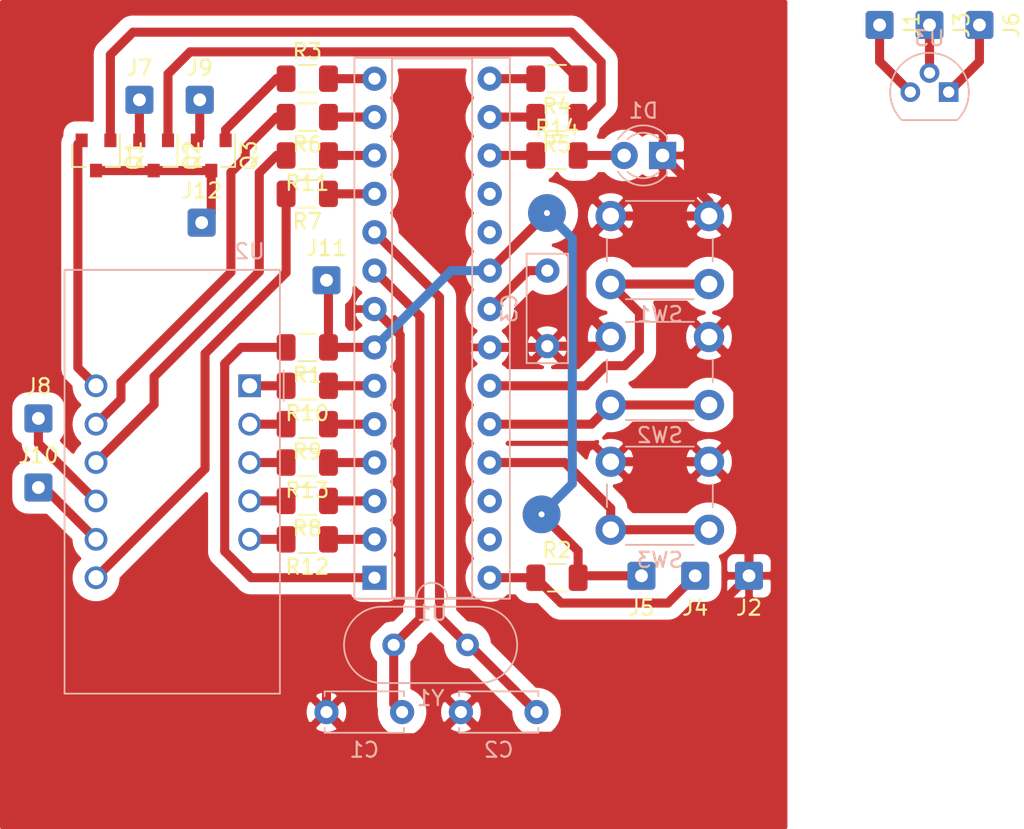
<source format=kicad_pcb>
(kicad_pcb (version 20171130) (host pcbnew "(5.1.6)-1")

  (general
    (thickness 1.6)
    (drawings 0)
    (tracks 151)
    (zones 0)
    (modules 40)
    (nets 44)
  )

  (page A4)
  (layers
    (0 F.Cu signal)
    (31 B.Cu jumper)
    (32 B.Adhes user hide)
    (33 F.Adhes user hide)
    (34 B.Paste user hide)
    (35 F.Paste user hide)
    (36 B.SilkS user)
    (37 F.SilkS user)
    (38 B.Mask user hide)
    (39 F.Mask user hide)
    (40 Dwgs.User user)
    (41 Cmts.User user hide)
    (42 Eco1.User user hide)
    (43 Eco2.User user hide)
    (44 Edge.Cuts user hide)
    (45 Margin user hide)
    (46 B.CrtYd user hide)
    (47 F.CrtYd user hide)
    (48 B.Fab user hide)
    (49 F.Fab user hide)
  )

  (setup
    (last_trace_width 1)
    (trace_clearance 0.2)
    (zone_clearance 0.8)
    (zone_45_only no)
    (trace_min 0.2)
    (via_size 0.8)
    (via_drill 0.4)
    (via_min_size 0.4)
    (via_min_drill 0.3)
    (uvia_size 0.3)
    (uvia_drill 0.1)
    (uvias_allowed no)
    (uvia_min_size 0.2)
    (uvia_min_drill 0.1)
    (edge_width 0.05)
    (segment_width 0.2)
    (pcb_text_width 0.3)
    (pcb_text_size 1.5 1.5)
    (mod_edge_width 0.12)
    (mod_text_size 1 1)
    (mod_text_width 0.15)
    (pad_size 1.524 1.524)
    (pad_drill 0.762)
    (pad_to_mask_clearance 0.05)
    (aux_axis_origin 0 0)
    (visible_elements 7FFFFFFF)
    (pcbplotparams
      (layerselection 0x00000_7fffffff)
      (usegerberextensions false)
      (usegerberattributes true)
      (usegerberadvancedattributes true)
      (creategerberjobfile true)
      (excludeedgelayer true)
      (linewidth 0.100000)
      (plotframeref false)
      (viasonmask false)
      (mode 1)
      (useauxorigin false)
      (hpglpennumber 1)
      (hpglpenspeed 20)
      (hpglpendiameter 15.000000)
      (psnegative false)
      (psa4output false)
      (plotreference false)
      (plotvalue false)
      (plotinvisibletext false)
      (padsonsilk false)
      (subtractmaskfromsilk false)
      (outputformat 4)
      (mirror true)
      (drillshape 1)
      (scaleselection 1)
      (outputdirectory ""))
  )

  (net 0 "")
  (net 1 +5V)
  (net 2 "Net-(R1-Pad2)")
  (net 3 GND)
  (net 4 "Net-(SW1-Pad1)")
  (net 5 "Net-(SW2-Pad1)")
  (net 6 "Net-(C1-Pad2)")
  (net 7 "Net-(C2-Pad2)")
  (net 8 "Net-(C3-Pad1)")
  (net 9 "Net-(D1-Pad2)")
  (net 10 "Net-(Q1-Pad2)")
  (net 11 "Net-(Q1-Pad1)")
  (net 12 "Net-(Q2-Pad1)")
  (net 13 "Net-(Q3-Pad1)")
  (net 14 "Net-(R3-Pad2)")
  (net 15 "Net-(R4-Pad2)")
  (net 16 "Net-(R5-Pad2)")
  (net 17 "Net-(R6-Pad2)")
  (net 18 "Net-(R6-Pad1)")
  (net 19 "Net-(R7-Pad2)")
  (net 20 "Net-(R7-Pad1)")
  (net 21 "Net-(R8-Pad2)")
  (net 22 "Net-(R8-Pad1)")
  (net 23 "Net-(R9-Pad2)")
  (net 24 "Net-(R9-Pad1)")
  (net 25 "Net-(R10-Pad2)")
  (net 26 "Net-(R10-Pad1)")
  (net 27 "Net-(R11-Pad2)")
  (net 28 "Net-(R11-Pad1)")
  (net 29 "Net-(R12-Pad2)")
  (net 30 "Net-(R12-Pad1)")
  (net 31 "Net-(R13-Pad2)")
  (net 32 "Net-(R13-Pad1)")
  (net 33 "Net-(R14-Pad1)")
  (net 34 "Net-(J1-Pad1)")
  (net 35 "Net-(J3-Pad1)")
  (net 36 "Net-(J4-Pad1)")
  (net 37 "Net-(J6-Pad1)")
  (net 38 "Net-(SW3-Pad1)")
  (net 39 "Net-(J7-Pad1)")
  (net 40 "Net-(J8-Pad1)")
  (net 41 "Net-(J9-Pad1)")
  (net 42 "Net-(J10-Pad1)")
  (net 43 "Net-(J12-Pad1)")

  (net_class Default "This is the default net class."
    (clearance 0.2)
    (trace_width 1)
    (via_dia 0.8)
    (via_drill 0.4)
    (uvia_dia 0.3)
    (uvia_drill 0.1)
  )

  (net_class nowe ""
    (clearance 0.5)
    (trace_width 0.7)
    (via_dia 1.5)
    (via_drill 0.4)
    (uvia_dia 0.3)
    (uvia_drill 0.1)
    (add_net +5V)
    (add_net GND)
    (add_net "Net-(C1-Pad2)")
    (add_net "Net-(C2-Pad2)")
    (add_net "Net-(C3-Pad1)")
    (add_net "Net-(D1-Pad2)")
    (add_net "Net-(J1-Pad1)")
    (add_net "Net-(J10-Pad1)")
    (add_net "Net-(J12-Pad1)")
    (add_net "Net-(J3-Pad1)")
    (add_net "Net-(J4-Pad1)")
    (add_net "Net-(J6-Pad1)")
    (add_net "Net-(J7-Pad1)")
    (add_net "Net-(J8-Pad1)")
    (add_net "Net-(J9-Pad1)")
    (add_net "Net-(Q1-Pad1)")
    (add_net "Net-(Q1-Pad2)")
    (add_net "Net-(Q2-Pad1)")
    (add_net "Net-(Q3-Pad1)")
    (add_net "Net-(R1-Pad2)")
    (add_net "Net-(R10-Pad1)")
    (add_net "Net-(R10-Pad2)")
    (add_net "Net-(R11-Pad1)")
    (add_net "Net-(R11-Pad2)")
    (add_net "Net-(R12-Pad1)")
    (add_net "Net-(R12-Pad2)")
    (add_net "Net-(R13-Pad1)")
    (add_net "Net-(R13-Pad2)")
    (add_net "Net-(R14-Pad1)")
    (add_net "Net-(R3-Pad2)")
    (add_net "Net-(R4-Pad2)")
    (add_net "Net-(R5-Pad2)")
    (add_net "Net-(R6-Pad1)")
    (add_net "Net-(R6-Pad2)")
    (add_net "Net-(R7-Pad1)")
    (add_net "Net-(R7-Pad2)")
    (add_net "Net-(R8-Pad1)")
    (add_net "Net-(R8-Pad2)")
    (add_net "Net-(R9-Pad1)")
    (add_net "Net-(R9-Pad2)")
    (add_net "Net-(SW1-Pad1)")
    (add_net "Net-(SW2-Pad1)")
    (add_net "Net-(SW3-Pad1)")
  )

  (module Package_TO_SOT_THT:TO-92 (layer B.Cu) (tedit 5A279852) (tstamp 5F16C3C5)
    (at 185.928 108.204 180)
    (descr "TO-92 leads molded, narrow, drill 0.75mm (see NXP sot054_po.pdf)")
    (tags "to-92 sc-43 sc-43a sot54 PA33 transistor")
    (path /5F167CDA)
    (fp_text reference U3 (at 1.27 3.56) (layer B.SilkS)
      (effects (font (size 1 1) (thickness 0.15)) (justify mirror))
    )
    (fp_text value A1101ELHL (at 1.27 -2.79) (layer B.Fab)
      (effects (font (size 1 1) (thickness 0.15)) (justify mirror))
    )
    (fp_line (start 4 -2.01) (end -1.46 -2.01) (layer B.CrtYd) (width 0.05))
    (fp_line (start 4 -2.01) (end 4 2.73) (layer B.CrtYd) (width 0.05))
    (fp_line (start -1.46 2.73) (end -1.46 -2.01) (layer B.CrtYd) (width 0.05))
    (fp_line (start -1.46 2.73) (end 4 2.73) (layer B.CrtYd) (width 0.05))
    (fp_line (start -0.5 -1.75) (end 3 -1.75) (layer B.Fab) (width 0.1))
    (fp_line (start -0.53 -1.85) (end 3.07 -1.85) (layer B.SilkS) (width 0.12))
    (fp_arc (start 1.27 0) (end 1.27 2.6) (angle -135) (layer B.SilkS) (width 0.12))
    (fp_arc (start 1.27 0) (end 1.27 2.48) (angle 135) (layer B.Fab) (width 0.1))
    (fp_arc (start 1.27 0) (end 1.27 2.6) (angle 135) (layer B.SilkS) (width 0.12))
    (fp_arc (start 1.27 0) (end 1.27 2.48) (angle -135) (layer B.Fab) (width 0.1))
    (fp_text user %R (at 1.27 3.56) (layer B.Fab)
      (effects (font (size 1 1) (thickness 0.15)) (justify mirror))
    )
    (pad 1 thru_hole rect (at 0 0 90) (size 1.3 1.3) (drill 0.75) (layers *.Cu *.Mask)
      (net 37 "Net-(J6-Pad1)"))
    (pad 3 thru_hole circle (at 2.54 0 90) (size 1.3 1.3) (drill 0.75) (layers *.Cu *.Mask)
      (net 34 "Net-(J1-Pad1)"))
    (pad 2 thru_hole circle (at 1.27 1.27 90) (size 1.3 1.3) (drill 0.75) (layers *.Cu *.Mask)
      (net 35 "Net-(J3-Pad1)"))
    (model ${KISYS3DMOD}/Package_TO_SOT_THT.3dshapes/TO-92.wrl
      (at (xyz 0 0 0))
      (scale (xyz 1 1 1))
      (rotate (xyz 0 0 0))
    )
  )

  (module Resistor_SMD:R_1206_3216Metric (layer F.Cu) (tedit 5B301BBD) (tstamp 5F16C250)
    (at 160.02 140.335)
    (descr "Resistor SMD 1206 (3216 Metric), square (rectangular) end terminal, IPC_7351 nominal, (Body size source: http://www.tortai-tech.com/upload/download/2011102023233369053.pdf), generated with kicad-footprint-generator")
    (tags resistor)
    (path /5F17308C)
    (attr smd)
    (fp_text reference R2 (at 0 -1.82) (layer F.SilkS)
      (effects (font (size 1 1) (thickness 0.15)))
    )
    (fp_text value 10k (at 0 1.82) (layer F.Fab)
      (effects (font (size 1 1) (thickness 0.15)))
    )
    (fp_line (start 2.28 1.12) (end -2.28 1.12) (layer F.CrtYd) (width 0.05))
    (fp_line (start 2.28 -1.12) (end 2.28 1.12) (layer F.CrtYd) (width 0.05))
    (fp_line (start -2.28 -1.12) (end 2.28 -1.12) (layer F.CrtYd) (width 0.05))
    (fp_line (start -2.28 1.12) (end -2.28 -1.12) (layer F.CrtYd) (width 0.05))
    (fp_line (start -0.602064 0.91) (end 0.602064 0.91) (layer F.SilkS) (width 0.12))
    (fp_line (start -0.602064 -0.91) (end 0.602064 -0.91) (layer F.SilkS) (width 0.12))
    (fp_line (start 1.6 0.8) (end -1.6 0.8) (layer F.Fab) (width 0.1))
    (fp_line (start 1.6 -0.8) (end 1.6 0.8) (layer F.Fab) (width 0.1))
    (fp_line (start -1.6 -0.8) (end 1.6 -0.8) (layer F.Fab) (width 0.1))
    (fp_line (start -1.6 0.8) (end -1.6 -0.8) (layer F.Fab) (width 0.1))
    (fp_text user %R (at 0 0) (layer F.Fab)
      (effects (font (size 0.8 0.8) (thickness 0.12)))
    )
    (pad 2 smd roundrect (at 1.4 0) (size 1.25 1.75) (layers F.Cu F.Paste F.Mask) (roundrect_rratio 0.2)
      (net 1 +5V))
    (pad 1 smd roundrect (at -1.4 0) (size 1.25 1.75) (layers F.Cu F.Paste F.Mask) (roundrect_rratio 0.2)
      (net 36 "Net-(J4-Pad1)"))
    (model ${KISYS3DMOD}/Resistor_SMD.3dshapes/R_1206_3216Metric.wrl
      (at (xyz 0 0 0))
      (scale (xyz 1 1 1))
      (rotate (xyz 0 0 0))
    )
  )

  (module Connector_Wire:SolderWire-0.25sqmm_1x01_D0.65mm_OD1.7mm (layer F.Cu) (tedit 5EB70B43) (tstamp 5F18DC30)
    (at 136.525 116.84)
    (descr "Soldered wire connection, for a single 0.25 mm² wire, basic insulation, conductor diameter 0.65mm, outer diameter 1.7mm, size source Multi-Contact FLEXI-E_0.25 (https://ec.staubli.com/AcroFiles/Catalogues/TM_Cab-Main-11014119_(en)_hi.pdf), bend radius 3 times outer diameter, generated with kicad-footprint-generator")
    (tags "connector wire 0.25sqmm")
    (path /5F1BDD14)
    (attr virtual)
    (fp_text reference J12 (at 0 -2.12) (layer F.SilkS)
      (effects (font (size 1 1) (thickness 0.15)))
    )
    (fp_text value Conn_01x01 (at 0 2.12) (layer F.Fab)
      (effects (font (size 1 1) (thickness 0.15)))
    )
    (fp_text user %R (at 0 0) (layer F.Fab)
      (effects (font (size 0.42 0.42) (thickness 0.06)))
    )
    (fp_circle (center 0 0) (end 0.85 0) (layer F.Fab) (width 0.1))
    (fp_line (start -1.6 -1.42) (end -1.6 1.42) (layer F.CrtYd) (width 0.05))
    (fp_line (start -1.6 1.42) (end 1.6 1.42) (layer F.CrtYd) (width 0.05))
    (fp_line (start 1.6 1.42) (end 1.6 -1.42) (layer F.CrtYd) (width 0.05))
    (fp_line (start 1.6 -1.42) (end -1.6 -1.42) (layer F.CrtYd) (width 0.05))
    (pad 1 thru_hole roundrect (at 0 0) (size 1.85 1.85) (drill 0.85) (layers *.Cu *.Mask) (roundrect_rratio 0.135135)
      (net 43 "Net-(J12-Pad1)"))
    (model ${KISYS3DMOD}/Connector_Wire.3dshapes/SolderWire-0.25sqmm_1x01_D0.65mm_OD1.7mm.wrl
      (at (xyz 0 0 0))
      (scale (xyz 1 1 1))
      (rotate (xyz 0 0 0))
    )
  )

  (module Connector_Wire:SolderWire-0.25sqmm_1x01_D0.65mm_OD1.7mm (layer F.Cu) (tedit 5EB70B43) (tstamp 5F18DC25)
    (at 144.78 120.65)
    (descr "Soldered wire connection, for a single 0.25 mm² wire, basic insulation, conductor diameter 0.65mm, outer diameter 1.7mm, size source Multi-Contact FLEXI-E_0.25 (https://ec.staubli.com/AcroFiles/Catalogues/TM_Cab-Main-11014119_(en)_hi.pdf), bend radius 3 times outer diameter, generated with kicad-footprint-generator")
    (tags "connector wire 0.25sqmm")
    (path /5F1C0B65)
    (attr virtual)
    (fp_text reference J11 (at 0 -2.12) (layer F.SilkS)
      (effects (font (size 1 1) (thickness 0.15)))
    )
    (fp_text value Conn_01x01 (at 0 2.12) (layer F.Fab)
      (effects (font (size 1 1) (thickness 0.15)))
    )
    (fp_text user %R (at 0 0) (layer F.Fab)
      (effects (font (size 0.42 0.42) (thickness 0.06)))
    )
    (fp_circle (center 0 0) (end 0.85 0) (layer F.Fab) (width 0.1))
    (fp_line (start -1.6 -1.42) (end -1.6 1.42) (layer F.CrtYd) (width 0.05))
    (fp_line (start -1.6 1.42) (end 1.6 1.42) (layer F.CrtYd) (width 0.05))
    (fp_line (start 1.6 1.42) (end 1.6 -1.42) (layer F.CrtYd) (width 0.05))
    (fp_line (start 1.6 -1.42) (end -1.6 -1.42) (layer F.CrtYd) (width 0.05))
    (pad 1 thru_hole roundrect (at 0 0) (size 1.85 1.85) (drill 0.85) (layers *.Cu *.Mask) (roundrect_rratio 0.135135)
      (net 1 +5V))
    (model ${KISYS3DMOD}/Connector_Wire.3dshapes/SolderWire-0.25sqmm_1x01_D0.65mm_OD1.7mm.wrl
      (at (xyz 0 0 0))
      (scale (xyz 1 1 1))
      (rotate (xyz 0 0 0))
    )
  )

  (module Connector_Wire:SolderWire-0.25sqmm_1x01_D0.65mm_OD1.7mm (layer F.Cu) (tedit 5EB70B43) (tstamp 5F18D152)
    (at 125.73 134.366)
    (descr "Soldered wire connection, for a single 0.25 mm² wire, basic insulation, conductor diameter 0.65mm, outer diameter 1.7mm, size source Multi-Contact FLEXI-E_0.25 (https://ec.staubli.com/AcroFiles/Catalogues/TM_Cab-Main-11014119_(en)_hi.pdf), bend radius 3 times outer diameter, generated with kicad-footprint-generator")
    (tags "connector wire 0.25sqmm")
    (path /5F1A7201)
    (attr virtual)
    (fp_text reference J10 (at 0 -2.12) (layer F.SilkS)
      (effects (font (size 1 1) (thickness 0.15)))
    )
    (fp_text value Conn_01x01 (at 0 2.12) (layer F.Fab)
      (effects (font (size 1 1) (thickness 0.15)))
    )
    (fp_text user %R (at 0 0) (layer F.Fab)
      (effects (font (size 0.42 0.42) (thickness 0.06)))
    )
    (fp_circle (center 0 0) (end 0.85 0) (layer F.Fab) (width 0.1))
    (fp_line (start -1.6 -1.42) (end -1.6 1.42) (layer F.CrtYd) (width 0.05))
    (fp_line (start -1.6 1.42) (end 1.6 1.42) (layer F.CrtYd) (width 0.05))
    (fp_line (start 1.6 1.42) (end 1.6 -1.42) (layer F.CrtYd) (width 0.05))
    (fp_line (start 1.6 -1.42) (end -1.6 -1.42) (layer F.CrtYd) (width 0.05))
    (pad 1 thru_hole roundrect (at 0 0) (size 1.85 1.85) (drill 0.85) (layers *.Cu *.Mask) (roundrect_rratio 0.135135)
      (net 42 "Net-(J10-Pad1)"))
    (model ${KISYS3DMOD}/Connector_Wire.3dshapes/SolderWire-0.25sqmm_1x01_D0.65mm_OD1.7mm.wrl
      (at (xyz 0 0 0))
      (scale (xyz 1 1 1))
      (rotate (xyz 0 0 0))
    )
  )

  (module Connector_Wire:SolderWire-0.25sqmm_1x01_D0.65mm_OD1.7mm (layer F.Cu) (tedit 5EB70B43) (tstamp 5F18D147)
    (at 136.398 108.712)
    (descr "Soldered wire connection, for a single 0.25 mm² wire, basic insulation, conductor diameter 0.65mm, outer diameter 1.7mm, size source Multi-Contact FLEXI-E_0.25 (https://ec.staubli.com/AcroFiles/Catalogues/TM_Cab-Main-11014119_(en)_hi.pdf), bend radius 3 times outer diameter, generated with kicad-footprint-generator")
    (tags "connector wire 0.25sqmm")
    (path /5F1B1173)
    (attr virtual)
    (fp_text reference J9 (at 0 -2.12) (layer F.SilkS)
      (effects (font (size 1 1) (thickness 0.15)))
    )
    (fp_text value Conn_01x01 (at 0 2.12) (layer F.Fab)
      (effects (font (size 1 1) (thickness 0.15)))
    )
    (fp_text user %R (at 0 0) (layer F.Fab)
      (effects (font (size 0.42 0.42) (thickness 0.06)))
    )
    (fp_circle (center 0 0) (end 0.85 0) (layer F.Fab) (width 0.1))
    (fp_line (start -1.6 -1.42) (end -1.6 1.42) (layer F.CrtYd) (width 0.05))
    (fp_line (start -1.6 1.42) (end 1.6 1.42) (layer F.CrtYd) (width 0.05))
    (fp_line (start 1.6 1.42) (end 1.6 -1.42) (layer F.CrtYd) (width 0.05))
    (fp_line (start 1.6 -1.42) (end -1.6 -1.42) (layer F.CrtYd) (width 0.05))
    (pad 1 thru_hole roundrect (at 0 0) (size 1.85 1.85) (drill 0.85) (layers *.Cu *.Mask) (roundrect_rratio 0.135135)
      (net 41 "Net-(J9-Pad1)"))
    (model ${KISYS3DMOD}/Connector_Wire.3dshapes/SolderWire-0.25sqmm_1x01_D0.65mm_OD1.7mm.wrl
      (at (xyz 0 0 0))
      (scale (xyz 1 1 1))
      (rotate (xyz 0 0 0))
    )
  )

  (module Connector_Wire:SolderWire-0.25sqmm_1x01_D0.65mm_OD1.7mm (layer F.Cu) (tedit 5EB70B43) (tstamp 5F18D13C)
    (at 125.73 129.794)
    (descr "Soldered wire connection, for a single 0.25 mm² wire, basic insulation, conductor diameter 0.65mm, outer diameter 1.7mm, size source Multi-Contact FLEXI-E_0.25 (https://ec.staubli.com/AcroFiles/Catalogues/TM_Cab-Main-11014119_(en)_hi.pdf), bend radius 3 times outer diameter, generated with kicad-footprint-generator")
    (tags "connector wire 0.25sqmm")
    (path /5F1AA58B)
    (attr virtual)
    (fp_text reference J8 (at 0 -2.12) (layer F.SilkS)
      (effects (font (size 1 1) (thickness 0.15)))
    )
    (fp_text value Conn_01x01 (at 0 2.12) (layer F.Fab)
      (effects (font (size 1 1) (thickness 0.15)))
    )
    (fp_text user %R (at 0 0) (layer F.Fab)
      (effects (font (size 0.42 0.42) (thickness 0.06)))
    )
    (fp_circle (center 0 0) (end 0.85 0) (layer F.Fab) (width 0.1))
    (fp_line (start -1.6 -1.42) (end -1.6 1.42) (layer F.CrtYd) (width 0.05))
    (fp_line (start -1.6 1.42) (end 1.6 1.42) (layer F.CrtYd) (width 0.05))
    (fp_line (start 1.6 1.42) (end 1.6 -1.42) (layer F.CrtYd) (width 0.05))
    (fp_line (start 1.6 -1.42) (end -1.6 -1.42) (layer F.CrtYd) (width 0.05))
    (pad 1 thru_hole roundrect (at 0 0) (size 1.85 1.85) (drill 0.85) (layers *.Cu *.Mask) (roundrect_rratio 0.135135)
      (net 40 "Net-(J8-Pad1)"))
    (model ${KISYS3DMOD}/Connector_Wire.3dshapes/SolderWire-0.25sqmm_1x01_D0.65mm_OD1.7mm.wrl
      (at (xyz 0 0 0))
      (scale (xyz 1 1 1))
      (rotate (xyz 0 0 0))
    )
  )

  (module Connector_Wire:SolderWire-0.25sqmm_1x01_D0.65mm_OD1.7mm (layer F.Cu) (tedit 5EB70B43) (tstamp 5F18D131)
    (at 132.4102 108.712)
    (descr "Soldered wire connection, for a single 0.25 mm² wire, basic insulation, conductor diameter 0.65mm, outer diameter 1.7mm, size source Multi-Contact FLEXI-E_0.25 (https://ec.staubli.com/AcroFiles/Catalogues/TM_Cab-Main-11014119_(en)_hi.pdf), bend radius 3 times outer diameter, generated with kicad-footprint-generator")
    (tags "connector wire 0.25sqmm")
    (path /5F1AF101)
    (attr virtual)
    (fp_text reference J7 (at 0 -2.12) (layer F.SilkS)
      (effects (font (size 1 1) (thickness 0.15)))
    )
    (fp_text value Conn_01x01 (at 0 2.12) (layer F.Fab)
      (effects (font (size 1 1) (thickness 0.15)))
    )
    (fp_text user %R (at 0 0) (layer F.Fab)
      (effects (font (size 0.42 0.42) (thickness 0.06)))
    )
    (fp_circle (center 0 0) (end 0.85 0) (layer F.Fab) (width 0.1))
    (fp_line (start -1.6 -1.42) (end -1.6 1.42) (layer F.CrtYd) (width 0.05))
    (fp_line (start -1.6 1.42) (end 1.6 1.42) (layer F.CrtYd) (width 0.05))
    (fp_line (start 1.6 1.42) (end 1.6 -1.42) (layer F.CrtYd) (width 0.05))
    (fp_line (start 1.6 -1.42) (end -1.6 -1.42) (layer F.CrtYd) (width 0.05))
    (pad 1 thru_hole roundrect (at 0 0) (size 1.85 1.85) (drill 0.85) (layers *.Cu *.Mask) (roundrect_rratio 0.135135)
      (net 39 "Net-(J7-Pad1)"))
    (model ${KISYS3DMOD}/Connector_Wire.3dshapes/SolderWire-0.25sqmm_1x01_D0.65mm_OD1.7mm.wrl
      (at (xyz 0 0 0))
      (scale (xyz 1 1 1))
      (rotate (xyz 0 0 0))
    )
  )

  (module Package_TO_SOT_SMD:SOT-23 (layer F.Cu) (tedit 5A02FF57) (tstamp 5F16C22E)
    (at 137.16 112.395 270)
    (descr "SOT-23, Standard")
    (tags SOT-23)
    (path /5F17FC38)
    (attr smd)
    (fp_text reference Q3 (at 0 -2.5 90) (layer F.SilkS)
      (effects (font (size 1 1) (thickness 0.15)))
    )
    (fp_text value MMBTA42 (at 0 2.5 90) (layer F.Fab)
      (effects (font (size 1 1) (thickness 0.15)))
    )
    (fp_line (start 0.76 1.58) (end -0.7 1.58) (layer F.SilkS) (width 0.12))
    (fp_line (start 0.76 -1.58) (end -1.4 -1.58) (layer F.SilkS) (width 0.12))
    (fp_line (start -1.7 1.75) (end -1.7 -1.75) (layer F.CrtYd) (width 0.05))
    (fp_line (start 1.7 1.75) (end -1.7 1.75) (layer F.CrtYd) (width 0.05))
    (fp_line (start 1.7 -1.75) (end 1.7 1.75) (layer F.CrtYd) (width 0.05))
    (fp_line (start -1.7 -1.75) (end 1.7 -1.75) (layer F.CrtYd) (width 0.05))
    (fp_line (start 0.76 -1.58) (end 0.76 -0.65) (layer F.SilkS) (width 0.12))
    (fp_line (start 0.76 1.58) (end 0.76 0.65) (layer F.SilkS) (width 0.12))
    (fp_line (start -0.7 1.52) (end 0.7 1.52) (layer F.Fab) (width 0.1))
    (fp_line (start 0.7 -1.52) (end 0.7 1.52) (layer F.Fab) (width 0.1))
    (fp_line (start -0.7 -0.95) (end -0.15 -1.52) (layer F.Fab) (width 0.1))
    (fp_line (start -0.15 -1.52) (end 0.7 -1.52) (layer F.Fab) (width 0.1))
    (fp_line (start -0.7 -0.95) (end -0.7 1.5) (layer F.Fab) (width 0.1))
    (fp_text user %R (at 0 0) (layer F.Fab)
      (effects (font (size 0.5 0.5) (thickness 0.075)))
    )
    (pad 3 smd rect (at 1 0 270) (size 0.9 0.8) (layers F.Cu F.Paste F.Mask)
      (net 43 "Net-(J12-Pad1)"))
    (pad 2 smd rect (at -1 0.95 270) (size 0.9 0.8) (layers F.Cu F.Paste F.Mask)
      (net 41 "Net-(J9-Pad1)"))
    (pad 1 smd rect (at -1 -0.95 270) (size 0.9 0.8) (layers F.Cu F.Paste F.Mask)
      (net 13 "Net-(Q3-Pad1)"))
    (model ${KISYS3DMOD}/Package_TO_SOT_SMD.3dshapes/SOT-23.wrl
      (at (xyz 0 0 0))
      (scale (xyz 1 1 1))
      (rotate (xyz 0 0 0))
    )
  )

  (module Resistor_SMD:R_1206_3216Metric (layer F.Cu) (tedit 5B301BBD) (tstamp 5F16C2D8)
    (at 143.51 127.635 180)
    (descr "Resistor SMD 1206 (3216 Metric), square (rectangular) end terminal, IPC_7351 nominal, (Body size source: http://www.tortai-tech.com/upload/download/2011102023233369053.pdf), generated with kicad-footprint-generator")
    (tags resistor)
    (path /5F1AEA08)
    (attr smd)
    (fp_text reference R10 (at 0 -1.82) (layer F.SilkS)
      (effects (font (size 1 1) (thickness 0.15)))
    )
    (fp_text value 200 (at 0 1.82) (layer F.Fab)
      (effects (font (size 1 1) (thickness 0.15)))
    )
    (fp_line (start 2.28 1.12) (end -2.28 1.12) (layer F.CrtYd) (width 0.05))
    (fp_line (start 2.28 -1.12) (end 2.28 1.12) (layer F.CrtYd) (width 0.05))
    (fp_line (start -2.28 -1.12) (end 2.28 -1.12) (layer F.CrtYd) (width 0.05))
    (fp_line (start -2.28 1.12) (end -2.28 -1.12) (layer F.CrtYd) (width 0.05))
    (fp_line (start -0.602064 0.91) (end 0.602064 0.91) (layer F.SilkS) (width 0.12))
    (fp_line (start -0.602064 -0.91) (end 0.602064 -0.91) (layer F.SilkS) (width 0.12))
    (fp_line (start 1.6 0.8) (end -1.6 0.8) (layer F.Fab) (width 0.1))
    (fp_line (start 1.6 -0.8) (end 1.6 0.8) (layer F.Fab) (width 0.1))
    (fp_line (start -1.6 -0.8) (end 1.6 -0.8) (layer F.Fab) (width 0.1))
    (fp_line (start -1.6 0.8) (end -1.6 -0.8) (layer F.Fab) (width 0.1))
    (fp_text user %R (at 0 0) (layer F.Fab)
      (effects (font (size 0.8 0.8) (thickness 0.12)))
    )
    (pad 2 smd roundrect (at 1.4 0 180) (size 1.25 1.75) (layers F.Cu F.Paste F.Mask) (roundrect_rratio 0.2)
      (net 25 "Net-(R10-Pad2)"))
    (pad 1 smd roundrect (at -1.4 0 180) (size 1.25 1.75) (layers F.Cu F.Paste F.Mask) (roundrect_rratio 0.2)
      (net 26 "Net-(R10-Pad1)"))
    (model ${KISYS3DMOD}/Resistor_SMD.3dshapes/R_1206_3216Metric.wrl
      (at (xyz 0 0 0))
      (scale (xyz 1 1 1))
      (rotate (xyz 0 0 0))
    )
  )

  (module Display_7Segment:3DIGIT-7SEGMENT (layer B.Cu) (tedit 5F17177E) (tstamp 5F178B6D)
    (at 139.7 127.635 180)
    (descr "3 digit 7 segment display")
    (tags "3 digit 7 segment LED display")
    (path /5F180D13)
    (fp_text reference U2 (at 0 8.89) (layer B.SilkS)
      (effects (font (size 1 1) (thickness 0.15)) (justify mirror))
    )
    (fp_text value 3DIGIT-7SEGMENT (at 4.445 -21.59) (layer B.Fab)
      (effects (font (size 1 1) (thickness 0.15)) (justify mirror))
    )
    (fp_line (start -1.88 -1) (end -1.88 -20.25) (layer B.Fab) (width 0.1))
    (fp_line (start -1.88 -20.25) (end 12.12 -20.25) (layer B.Fab) (width 0.1))
    (fp_line (start 12.12 7.55) (end 12.12 -20.25) (layer B.Fab) (width 0.1))
    (fp_line (start -1.88 7.55) (end 12.12 7.55) (layer B.Fab) (width 0.1))
    (fp_line (start -2.25 1) (end -2.25 -1) (layer B.SilkS) (width 0.12))
    (fp_line (start -2.13 -20.5) (end -2.13 7.8) (layer B.CrtYd) (width 0.05))
    (fp_line (start 12.37 -20.5) (end -2.13 -20.5) (layer B.CrtYd) (width 0.05))
    (fp_line (start 12.37 7.8) (end 12.37 -20.5) (layer B.CrtYd) (width 0.05))
    (fp_line (start -2.13 7.8) (end 12.37 7.8) (layer B.CrtYd) (width 0.05))
    (fp_line (start -1.88 1) (end -1.88 7.55) (layer B.Fab) (width 0.1))
    (fp_line (start -0.88 0) (end -1.88 1) (layer B.Fab) (width 0.1))
    (fp_line (start -1.88 -1) (end -0.88 0) (layer B.Fab) (width 0.1))
    (fp_line (start 12.24 -20.37) (end 12.24 7.67) (layer B.SilkS) (width 0.12))
    (fp_line (start -2 -20.37) (end 12.24 -20.37) (layer B.SilkS) (width 0.12))
    (fp_line (start -2 7.67) (end -2 -20.37) (layer B.SilkS) (width 0.12))
    (fp_line (start -2 7.67) (end 12.24 7.67) (layer B.SilkS) (width 0.12))
    (fp_text user %R (at 5.715 -5.715) (layer B.Fab)
      (effects (font (size 1 1) (thickness 0.15)) (justify mirror))
    )
    (pad 12 thru_hole circle (at 10.16 0 180) (size 1.5 1.5) (drill 1) (layers *.Cu *.Mask)
      (net 10 "Net-(Q1-Pad2)"))
    (pad 11 thru_hole circle (at 10.16 -2.54 180) (size 1.5 1.5) (drill 1) (layers *.Cu *.Mask)
      (net 17 "Net-(R6-Pad2)"))
    (pad 10 thru_hole circle (at 10.16 -5.08 180) (size 1.5 1.5) (drill 1) (layers *.Cu *.Mask)
      (net 27 "Net-(R11-Pad2)"))
    (pad 9 thru_hole circle (at 10.16 -7.62 180) (size 1.5 1.5) (drill 1) (layers *.Cu *.Mask)
      (net 40 "Net-(J8-Pad1)"))
    (pad 8 thru_hole circle (at 10.16 -10.16 180) (size 1.5 1.5) (drill 1) (layers *.Cu *.Mask)
      (net 42 "Net-(J10-Pad1)"))
    (pad 7 thru_hole circle (at 10.16 -12.7 180) (size 1.5 1.5) (drill 1) (layers *.Cu *.Mask)
      (net 19 "Net-(R7-Pad2)"))
    (pad 5 thru_hole circle (at 0 -10.16 180) (size 1.5 1.5) (drill 1) (layers *.Cu *.Mask)
      (net 29 "Net-(R12-Pad2)"))
    (pad 4 thru_hole circle (at 0 -7.62 180) (size 1.5 1.5) (drill 1) (layers *.Cu *.Mask)
      (net 21 "Net-(R8-Pad2)"))
    (pad 3 thru_hole circle (at 0 -5.08 180) (size 1.5 1.5) (drill 1) (layers *.Cu *.Mask)
      (net 31 "Net-(R13-Pad2)"))
    (pad 2 thru_hole circle (at 0 -2.54 180) (size 1.5 1.5) (drill 1) (layers *.Cu *.Mask)
      (net 23 "Net-(R9-Pad2)"))
    (pad 1 thru_hole rect (at 0 0 180) (size 1.5 1.5) (drill 1) (layers *.Cu *.Mask)
      (net 25 "Net-(R10-Pad2)"))
  )

  (module Button_Switch_THT:SW_PUSH_6mm (layer B.Cu) (tedit 5A02FE31) (tstamp 5F16C35A)
    (at 163.576 128.905)
    (descr https://www.omron.com/ecb/products/pdf/en-b3f.pdf)
    (tags "tact sw push 6mm")
    (path /5F14BED2)
    (fp_text reference SW2 (at 3.25 2) (layer B.SilkS)
      (effects (font (size 1 1) (thickness 0.15)) (justify mirror))
    )
    (fp_text value SW_Push (at 3.75 -6.7) (layer B.Fab)
      (effects (font (size 1 1) (thickness 0.15)) (justify mirror))
    )
    (fp_circle (center 3.25 -2.25) (end 1.25 -2.5) (layer B.Fab) (width 0.1))
    (fp_line (start 6.75 -3) (end 6.75 -1.5) (layer B.SilkS) (width 0.12))
    (fp_line (start 5.5 1) (end 1 1) (layer B.SilkS) (width 0.12))
    (fp_line (start -0.25 -1.5) (end -0.25 -3) (layer B.SilkS) (width 0.12))
    (fp_line (start 1 -5.5) (end 5.5 -5.5) (layer B.SilkS) (width 0.12))
    (fp_line (start 8 1.25) (end 8 -5.75) (layer B.CrtYd) (width 0.05))
    (fp_line (start 7.75 -6) (end -1.25 -6) (layer B.CrtYd) (width 0.05))
    (fp_line (start -1.5 -5.75) (end -1.5 1.25) (layer B.CrtYd) (width 0.05))
    (fp_line (start -1.25 1.5) (end 7.75 1.5) (layer B.CrtYd) (width 0.05))
    (fp_line (start -1.5 -6) (end -1.25 -6) (layer B.CrtYd) (width 0.05))
    (fp_line (start -1.5 -5.75) (end -1.5 -6) (layer B.CrtYd) (width 0.05))
    (fp_line (start -1.5 1.5) (end -1.25 1.5) (layer B.CrtYd) (width 0.05))
    (fp_line (start -1.5 1.25) (end -1.5 1.5) (layer B.CrtYd) (width 0.05))
    (fp_line (start 8 1.5) (end 8 1.25) (layer B.CrtYd) (width 0.05))
    (fp_line (start 7.75 1.5) (end 8 1.5) (layer B.CrtYd) (width 0.05))
    (fp_line (start 8 -6) (end 8 -5.75) (layer B.CrtYd) (width 0.05))
    (fp_line (start 7.75 -6) (end 8 -6) (layer B.CrtYd) (width 0.05))
    (fp_line (start 0.25 0.75) (end 3.25 0.75) (layer B.Fab) (width 0.1))
    (fp_line (start 0.25 -5.25) (end 0.25 0.75) (layer B.Fab) (width 0.1))
    (fp_line (start 6.25 -5.25) (end 0.25 -5.25) (layer B.Fab) (width 0.1))
    (fp_line (start 6.25 0.75) (end 6.25 -5.25) (layer B.Fab) (width 0.1))
    (fp_line (start 3.25 0.75) (end 6.25 0.75) (layer B.Fab) (width 0.1))
    (fp_text user %R (at 3.25 -2.25) (layer B.Fab)
      (effects (font (size 1 1) (thickness 0.15)) (justify mirror))
    )
    (pad 1 thru_hole circle (at 6.5 0 270) (size 2 2) (drill 1.1) (layers *.Cu *.Mask)
      (net 5 "Net-(SW2-Pad1)"))
    (pad 2 thru_hole circle (at 6.5 -4.5 270) (size 2 2) (drill 1.1) (layers *.Cu *.Mask)
      (net 3 GND))
    (pad 1 thru_hole circle (at 0 0 270) (size 2 2) (drill 1.1) (layers *.Cu *.Mask)
      (net 5 "Net-(SW2-Pad1)"))
    (pad 2 thru_hole circle (at 0 -4.5 270) (size 2 2) (drill 1.1) (layers *.Cu *.Mask)
      (net 3 GND))
    (model ${KISYS3DMOD}/Button_Switch_THT.3dshapes/SW_PUSH_6mm.wrl
      (at (xyz 0 0 0))
      (scale (xyz 1 1 1))
      (rotate (xyz 0 0 0))
    )
  )

  (module Button_Switch_THT:SW_PUSH_6mm (layer B.Cu) (tedit 5A02FE31) (tstamp 5F16C33B)
    (at 163.576 120.904)
    (descr https://www.omron.com/ecb/products/pdf/en-b3f.pdf)
    (tags "tact sw push 6mm")
    (path /5F14B375)
    (fp_text reference SW1 (at 3.25 2) (layer B.SilkS)
      (effects (font (size 1 1) (thickness 0.15)) (justify mirror))
    )
    (fp_text value SW_Push (at 3.75 -6.7) (layer B.Fab)
      (effects (font (size 1 1) (thickness 0.15)) (justify mirror))
    )
    (fp_circle (center 3.25 -2.25) (end 1.25 -2.5) (layer B.Fab) (width 0.1))
    (fp_line (start 6.75 -3) (end 6.75 -1.5) (layer B.SilkS) (width 0.12))
    (fp_line (start 5.5 1) (end 1 1) (layer B.SilkS) (width 0.12))
    (fp_line (start -0.25 -1.5) (end -0.25 -3) (layer B.SilkS) (width 0.12))
    (fp_line (start 1 -5.5) (end 5.5 -5.5) (layer B.SilkS) (width 0.12))
    (fp_line (start 8 1.25) (end 8 -5.75) (layer B.CrtYd) (width 0.05))
    (fp_line (start 7.75 -6) (end -1.25 -6) (layer B.CrtYd) (width 0.05))
    (fp_line (start -1.5 -5.75) (end -1.5 1.25) (layer B.CrtYd) (width 0.05))
    (fp_line (start -1.25 1.5) (end 7.75 1.5) (layer B.CrtYd) (width 0.05))
    (fp_line (start -1.5 -6) (end -1.25 -6) (layer B.CrtYd) (width 0.05))
    (fp_line (start -1.5 -5.75) (end -1.5 -6) (layer B.CrtYd) (width 0.05))
    (fp_line (start -1.5 1.5) (end -1.25 1.5) (layer B.CrtYd) (width 0.05))
    (fp_line (start -1.5 1.25) (end -1.5 1.5) (layer B.CrtYd) (width 0.05))
    (fp_line (start 8 1.5) (end 8 1.25) (layer B.CrtYd) (width 0.05))
    (fp_line (start 7.75 1.5) (end 8 1.5) (layer B.CrtYd) (width 0.05))
    (fp_line (start 8 -6) (end 8 -5.75) (layer B.CrtYd) (width 0.05))
    (fp_line (start 7.75 -6) (end 8 -6) (layer B.CrtYd) (width 0.05))
    (fp_line (start 0.25 0.75) (end 3.25 0.75) (layer B.Fab) (width 0.1))
    (fp_line (start 0.25 -5.25) (end 0.25 0.75) (layer B.Fab) (width 0.1))
    (fp_line (start 6.25 -5.25) (end 0.25 -5.25) (layer B.Fab) (width 0.1))
    (fp_line (start 6.25 0.75) (end 6.25 -5.25) (layer B.Fab) (width 0.1))
    (fp_line (start 3.25 0.75) (end 6.25 0.75) (layer B.Fab) (width 0.1))
    (fp_text user %R (at 3.25 -2.25) (layer B.Fab)
      (effects (font (size 1 1) (thickness 0.15)) (justify mirror))
    )
    (pad 1 thru_hole circle (at 6.5 0 270) (size 2 2) (drill 1.1) (layers *.Cu *.Mask)
      (net 4 "Net-(SW1-Pad1)"))
    (pad 2 thru_hole circle (at 6.5 -4.5 270) (size 2 2) (drill 1.1) (layers *.Cu *.Mask)
      (net 3 GND))
    (pad 1 thru_hole circle (at 0 0 270) (size 2 2) (drill 1.1) (layers *.Cu *.Mask)
      (net 4 "Net-(SW1-Pad1)"))
    (pad 2 thru_hole circle (at 0 -4.5 270) (size 2 2) (drill 1.1) (layers *.Cu *.Mask)
      (net 3 GND))
    (model ${KISYS3DMOD}/Button_Switch_THT.3dshapes/SW_PUSH_6mm.wrl
      (at (xyz 0 0 0))
      (scale (xyz 1 1 1))
      (rotate (xyz 0 0 0))
    )
  )

  (module Button_Switch_THT:SW_PUSH_6mm (layer B.Cu) (tedit 5A02FE31) (tstamp 5F16E5C8)
    (at 163.576 137.16)
    (descr https://www.omron.com/ecb/products/pdf/en-b3f.pdf)
    (tags "tact sw push 6mm")
    (path /5F17022B)
    (fp_text reference SW3 (at 3.25 2) (layer B.SilkS)
      (effects (font (size 1 1) (thickness 0.15)) (justify mirror))
    )
    (fp_text value SW_Push (at 3.75 -6.7) (layer B.Fab)
      (effects (font (size 1 1) (thickness 0.15)) (justify mirror))
    )
    (fp_circle (center 3.25 -2.25) (end 1.25 -2.5) (layer B.Fab) (width 0.1))
    (fp_line (start 6.75 -3) (end 6.75 -1.5) (layer B.SilkS) (width 0.12))
    (fp_line (start 5.5 1) (end 1 1) (layer B.SilkS) (width 0.12))
    (fp_line (start -0.25 -1.5) (end -0.25 -3) (layer B.SilkS) (width 0.12))
    (fp_line (start 1 -5.5) (end 5.5 -5.5) (layer B.SilkS) (width 0.12))
    (fp_line (start 8 1.25) (end 8 -5.75) (layer B.CrtYd) (width 0.05))
    (fp_line (start 7.75 -6) (end -1.25 -6) (layer B.CrtYd) (width 0.05))
    (fp_line (start -1.5 -5.75) (end -1.5 1.25) (layer B.CrtYd) (width 0.05))
    (fp_line (start -1.25 1.5) (end 7.75 1.5) (layer B.CrtYd) (width 0.05))
    (fp_line (start -1.5 -6) (end -1.25 -6) (layer B.CrtYd) (width 0.05))
    (fp_line (start -1.5 -5.75) (end -1.5 -6) (layer B.CrtYd) (width 0.05))
    (fp_line (start -1.5 1.5) (end -1.25 1.5) (layer B.CrtYd) (width 0.05))
    (fp_line (start -1.5 1.25) (end -1.5 1.5) (layer B.CrtYd) (width 0.05))
    (fp_line (start 8 1.5) (end 8 1.25) (layer B.CrtYd) (width 0.05))
    (fp_line (start 7.75 1.5) (end 8 1.5) (layer B.CrtYd) (width 0.05))
    (fp_line (start 8 -6) (end 8 -5.75) (layer B.CrtYd) (width 0.05))
    (fp_line (start 7.75 -6) (end 8 -6) (layer B.CrtYd) (width 0.05))
    (fp_line (start 0.25 0.75) (end 3.25 0.75) (layer B.Fab) (width 0.1))
    (fp_line (start 0.25 -5.25) (end 0.25 0.75) (layer B.Fab) (width 0.1))
    (fp_line (start 6.25 -5.25) (end 0.25 -5.25) (layer B.Fab) (width 0.1))
    (fp_line (start 6.25 0.75) (end 6.25 -5.25) (layer B.Fab) (width 0.1))
    (fp_line (start 3.25 0.75) (end 6.25 0.75) (layer B.Fab) (width 0.1))
    (fp_text user %R (at 3.25 -2.25) (layer B.Fab)
      (effects (font (size 1 1) (thickness 0.15)) (justify mirror))
    )
    (pad 1 thru_hole circle (at 6.5 0 270) (size 2 2) (drill 1.1) (layers *.Cu *.Mask)
      (net 38 "Net-(SW3-Pad1)"))
    (pad 2 thru_hole circle (at 6.5 -4.5 270) (size 2 2) (drill 1.1) (layers *.Cu *.Mask)
      (net 3 GND))
    (pad 1 thru_hole circle (at 0 0 270) (size 2 2) (drill 1.1) (layers *.Cu *.Mask)
      (net 38 "Net-(SW3-Pad1)"))
    (pad 2 thru_hole circle (at 0 -4.5 270) (size 2 2) (drill 1.1) (layers *.Cu *.Mask)
      (net 3 GND))
    (model ${KISYS3DMOD}/Button_Switch_THT.3dshapes/SW_PUSH_6mm.wrl
      (at (xyz 0 0 0))
      (scale (xyz 1 1 1))
      (rotate (xyz 0 0 0))
    )
  )

  (module LED_THT:LED_D3.0mm (layer B.Cu) (tedit 587A3A7B) (tstamp 5F16C1AD)
    (at 167.005 112.395 180)
    (descr "LED, diameter 3.0mm, 2 pins")
    (tags "LED diameter 3.0mm 2 pins")
    (path /5F177045)
    (fp_text reference D1 (at 1.27 2.96) (layer B.SilkS)
      (effects (font (size 1 1) (thickness 0.15)) (justify mirror))
    )
    (fp_text value LED_ALT (at 1.27 -2.96) (layer B.Fab)
      (effects (font (size 1 1) (thickness 0.15)) (justify mirror))
    )
    (fp_circle (center 1.27 0) (end 2.77 0) (layer B.Fab) (width 0.1))
    (fp_line (start -0.23 1.16619) (end -0.23 -1.16619) (layer B.Fab) (width 0.1))
    (fp_line (start -0.29 1.236) (end -0.29 1.08) (layer B.SilkS) (width 0.12))
    (fp_line (start -0.29 -1.08) (end -0.29 -1.236) (layer B.SilkS) (width 0.12))
    (fp_line (start -1.15 2.25) (end -1.15 -2.25) (layer B.CrtYd) (width 0.05))
    (fp_line (start -1.15 -2.25) (end 3.7 -2.25) (layer B.CrtYd) (width 0.05))
    (fp_line (start 3.7 -2.25) (end 3.7 2.25) (layer B.CrtYd) (width 0.05))
    (fp_line (start 3.7 2.25) (end -1.15 2.25) (layer B.CrtYd) (width 0.05))
    (fp_arc (start 1.27 0) (end 0.229039 -1.08) (angle 87.9) (layer B.SilkS) (width 0.12))
    (fp_arc (start 1.27 0) (end 0.229039 1.08) (angle -87.9) (layer B.SilkS) (width 0.12))
    (fp_arc (start 1.27 0) (end -0.29 -1.235516) (angle 108.8) (layer B.SilkS) (width 0.12))
    (fp_arc (start 1.27 0) (end -0.29 1.235516) (angle -108.8) (layer B.SilkS) (width 0.12))
    (fp_arc (start 1.27 0) (end -0.23 1.16619) (angle -284.3) (layer B.Fab) (width 0.1))
    (pad 2 thru_hole circle (at 2.54 0 180) (size 1.8 1.8) (drill 0.9) (layers *.Cu *.Mask)
      (net 9 "Net-(D1-Pad2)"))
    (pad 1 thru_hole rect (at 0 0 180) (size 1.8 1.8) (drill 0.9) (layers *.Cu *.Mask)
      (net 3 GND))
    (model ${KISYS3DMOD}/LED_THT.3dshapes/LED_D3.0mm.wrl
      (at (xyz 0 0 0))
      (scale (xyz 1 1 1))
      (rotate (xyz 0 0 0))
    )
  )

  (module Crystal:Crystal_HC49-4H_Vertical (layer B.Cu) (tedit 5A1AD3B7) (tstamp 5F16C3DC)
    (at 149.225 144.78)
    (descr "Crystal THT HC-49-4H http://5hertz.com/pdfs/04404_D.pdf")
    (tags "THT crystalHC-49-4H")
    (path /5F1861B0)
    (fp_text reference Y1 (at 2.44 3.525) (layer B.SilkS)
      (effects (font (size 1 1) (thickness 0.15)) (justify mirror))
    )
    (fp_text value Crystal (at 2.44 -3.525) (layer B.Fab)
      (effects (font (size 1 1) (thickness 0.15)) (justify mirror))
    )
    (fp_line (start 8.5 2.8) (end -3.6 2.8) (layer B.CrtYd) (width 0.05))
    (fp_line (start 8.5 -2.8) (end 8.5 2.8) (layer B.CrtYd) (width 0.05))
    (fp_line (start -3.6 -2.8) (end 8.5 -2.8) (layer B.CrtYd) (width 0.05))
    (fp_line (start -3.6 2.8) (end -3.6 -2.8) (layer B.CrtYd) (width 0.05))
    (fp_line (start -0.76 -2.525) (end 5.64 -2.525) (layer B.SilkS) (width 0.12))
    (fp_line (start -0.76 2.525) (end 5.64 2.525) (layer B.SilkS) (width 0.12))
    (fp_line (start -0.56 -2) (end 5.44 -2) (layer B.Fab) (width 0.1))
    (fp_line (start -0.56 2) (end 5.44 2) (layer B.Fab) (width 0.1))
    (fp_line (start -0.76 -2.325) (end 5.64 -2.325) (layer B.Fab) (width 0.1))
    (fp_line (start -0.76 2.325) (end 5.64 2.325) (layer B.Fab) (width 0.1))
    (fp_arc (start 5.64 0) (end 5.64 2.525) (angle -180) (layer B.SilkS) (width 0.12))
    (fp_arc (start -0.76 0) (end -0.76 2.525) (angle 180) (layer B.SilkS) (width 0.12))
    (fp_arc (start 5.44 0) (end 5.44 2) (angle -180) (layer B.Fab) (width 0.1))
    (fp_arc (start -0.56 0) (end -0.56 2) (angle 180) (layer B.Fab) (width 0.1))
    (fp_arc (start 5.64 0) (end 5.64 2.325) (angle -180) (layer B.Fab) (width 0.1))
    (fp_arc (start -0.76 0) (end -0.76 2.325) (angle 180) (layer B.Fab) (width 0.1))
    (fp_text user %R (at 2.44 0) (layer B.Fab)
      (effects (font (size 1 1) (thickness 0.15)) (justify mirror))
    )
    (pad 2 thru_hole circle (at 4.88 0) (size 1.5 1.5) (drill 0.8) (layers *.Cu *.Mask)
      (net 7 "Net-(C2-Pad2)"))
    (pad 1 thru_hole circle (at 0 0) (size 1.5 1.5) (drill 0.8) (layers *.Cu *.Mask)
      (net 6 "Net-(C1-Pad2)"))
    (model ${KISYS3DMOD}/Crystal.3dshapes/Crystal_HC49-4H_Vertical.wrl
      (at (xyz 0 0 0))
      (scale (xyz 1 1 1))
      (rotate (xyz 0 0 0))
    )
  )

  (module Package_DIP:DIP-28_W7.62mm_Socket (layer B.Cu) (tedit 5A02E8C5) (tstamp 5F16C392)
    (at 147.955 140.335)
    (descr "28-lead though-hole mounted DIP package, row spacing 7.62 mm (300 mils), Socket")
    (tags "THT DIP DIL PDIP 2.54mm 7.62mm 300mil Socket")
    (path /5F11BD9C)
    (fp_text reference U1 (at 3.81 2.33) (layer B.SilkS)
      (effects (font (size 1 1) (thickness 0.15)) (justify mirror))
    )
    (fp_text value ATmega8-16PU (at 3.81 -35.35) (layer B.Fab)
      (effects (font (size 1 1) (thickness 0.15)) (justify mirror))
    )
    (fp_line (start 9.15 1.6) (end -1.55 1.6) (layer B.CrtYd) (width 0.05))
    (fp_line (start 9.15 -34.65) (end 9.15 1.6) (layer B.CrtYd) (width 0.05))
    (fp_line (start -1.55 -34.65) (end 9.15 -34.65) (layer B.CrtYd) (width 0.05))
    (fp_line (start -1.55 1.6) (end -1.55 -34.65) (layer B.CrtYd) (width 0.05))
    (fp_line (start 8.95 1.39) (end -1.33 1.39) (layer B.SilkS) (width 0.12))
    (fp_line (start 8.95 -34.41) (end 8.95 1.39) (layer B.SilkS) (width 0.12))
    (fp_line (start -1.33 -34.41) (end 8.95 -34.41) (layer B.SilkS) (width 0.12))
    (fp_line (start -1.33 1.39) (end -1.33 -34.41) (layer B.SilkS) (width 0.12))
    (fp_line (start 6.46 1.33) (end 4.81 1.33) (layer B.SilkS) (width 0.12))
    (fp_line (start 6.46 -34.35) (end 6.46 1.33) (layer B.SilkS) (width 0.12))
    (fp_line (start 1.16 -34.35) (end 6.46 -34.35) (layer B.SilkS) (width 0.12))
    (fp_line (start 1.16 1.33) (end 1.16 -34.35) (layer B.SilkS) (width 0.12))
    (fp_line (start 2.81 1.33) (end 1.16 1.33) (layer B.SilkS) (width 0.12))
    (fp_line (start 8.89 1.33) (end -1.27 1.33) (layer B.Fab) (width 0.1))
    (fp_line (start 8.89 -34.35) (end 8.89 1.33) (layer B.Fab) (width 0.1))
    (fp_line (start -1.27 -34.35) (end 8.89 -34.35) (layer B.Fab) (width 0.1))
    (fp_line (start -1.27 1.33) (end -1.27 -34.35) (layer B.Fab) (width 0.1))
    (fp_line (start 0.635 0.27) (end 1.635 1.27) (layer B.Fab) (width 0.1))
    (fp_line (start 0.635 -34.29) (end 0.635 0.27) (layer B.Fab) (width 0.1))
    (fp_line (start 6.985 -34.29) (end 0.635 -34.29) (layer B.Fab) (width 0.1))
    (fp_line (start 6.985 1.27) (end 6.985 -34.29) (layer B.Fab) (width 0.1))
    (fp_line (start 1.635 1.27) (end 6.985 1.27) (layer B.Fab) (width 0.1))
    (fp_text user %R (at 3.81 -16.51) (layer B.Fab)
      (effects (font (size 1 1) (thickness 0.15)) (justify mirror))
    )
    (fp_arc (start 3.81 1.33) (end 2.81 1.33) (angle 180) (layer B.SilkS) (width 0.12))
    (pad 28 thru_hole oval (at 7.62 0) (size 1.6 1.6) (drill 0.8) (layers *.Cu *.Mask)
      (net 36 "Net-(J4-Pad1)"))
    (pad 14 thru_hole oval (at 0 -33.02) (size 1.6 1.6) (drill 0.8) (layers *.Cu *.Mask)
      (net 14 "Net-(R3-Pad2)"))
    (pad 27 thru_hole oval (at 7.62 -2.54) (size 1.6 1.6) (drill 0.8) (layers *.Cu *.Mask))
    (pad 13 thru_hole oval (at 0 -30.48) (size 1.6 1.6) (drill 0.8) (layers *.Cu *.Mask)
      (net 18 "Net-(R6-Pad1)"))
    (pad 26 thru_hole oval (at 7.62 -5.08) (size 1.6 1.6) (drill 0.8) (layers *.Cu *.Mask))
    (pad 12 thru_hole oval (at 0 -27.94) (size 1.6 1.6) (drill 0.8) (layers *.Cu *.Mask)
      (net 28 "Net-(R11-Pad1)"))
    (pad 25 thru_hole oval (at 7.62 -7.62) (size 1.6 1.6) (drill 0.8) (layers *.Cu *.Mask)
      (net 38 "Net-(SW3-Pad1)"))
    (pad 11 thru_hole oval (at 0 -25.4) (size 1.6 1.6) (drill 0.8) (layers *.Cu *.Mask)
      (net 20 "Net-(R7-Pad1)"))
    (pad 24 thru_hole oval (at 7.62 -10.16) (size 1.6 1.6) (drill 0.8) (layers *.Cu *.Mask)
      (net 5 "Net-(SW2-Pad1)"))
    (pad 10 thru_hole oval (at 0 -22.86) (size 1.6 1.6) (drill 0.8) (layers *.Cu *.Mask)
      (net 7 "Net-(C2-Pad2)"))
    (pad 23 thru_hole oval (at 7.62 -12.7) (size 1.6 1.6) (drill 0.8) (layers *.Cu *.Mask)
      (net 4 "Net-(SW1-Pad1)"))
    (pad 9 thru_hole oval (at 0 -20.32) (size 1.6 1.6) (drill 0.8) (layers *.Cu *.Mask)
      (net 6 "Net-(C1-Pad2)"))
    (pad 22 thru_hole oval (at 7.62 -15.24) (size 1.6 1.6) (drill 0.8) (layers *.Cu *.Mask)
      (net 3 GND))
    (pad 8 thru_hole oval (at 0 -17.78) (size 1.6 1.6) (drill 0.8) (layers *.Cu *.Mask)
      (net 3 GND))
    (pad 21 thru_hole oval (at 7.62 -17.78) (size 1.6 1.6) (drill 0.8) (layers *.Cu *.Mask)
      (net 8 "Net-(C3-Pad1)"))
    (pad 7 thru_hole oval (at 0 -15.24) (size 1.6 1.6) (drill 0.8) (layers *.Cu *.Mask)
      (net 1 +5V))
    (pad 20 thru_hole oval (at 7.62 -20.32) (size 1.6 1.6) (drill 0.8) (layers *.Cu *.Mask)
      (net 1 +5V))
    (pad 6 thru_hole oval (at 0 -12.7) (size 1.6 1.6) (drill 0.8) (layers *.Cu *.Mask)
      (net 26 "Net-(R10-Pad1)"))
    (pad 19 thru_hole oval (at 7.62 -22.86) (size 1.6 1.6) (drill 0.8) (layers *.Cu *.Mask))
    (pad 5 thru_hole oval (at 0 -10.16) (size 1.6 1.6) (drill 0.8) (layers *.Cu *.Mask)
      (net 24 "Net-(R9-Pad1)"))
    (pad 18 thru_hole oval (at 7.62 -25.4) (size 1.6 1.6) (drill 0.8) (layers *.Cu *.Mask))
    (pad 4 thru_hole oval (at 0 -7.62) (size 1.6 1.6) (drill 0.8) (layers *.Cu *.Mask)
      (net 32 "Net-(R13-Pad1)"))
    (pad 17 thru_hole oval (at 7.62 -27.94) (size 1.6 1.6) (drill 0.8) (layers *.Cu *.Mask)
      (net 33 "Net-(R14-Pad1)"))
    (pad 3 thru_hole oval (at 0 -5.08) (size 1.6 1.6) (drill 0.8) (layers *.Cu *.Mask)
      (net 22 "Net-(R8-Pad1)"))
    (pad 16 thru_hole oval (at 7.62 -30.48) (size 1.6 1.6) (drill 0.8) (layers *.Cu *.Mask)
      (net 16 "Net-(R5-Pad2)"))
    (pad 2 thru_hole oval (at 0 -2.54) (size 1.6 1.6) (drill 0.8) (layers *.Cu *.Mask)
      (net 30 "Net-(R12-Pad1)"))
    (pad 15 thru_hole oval (at 7.62 -33.02) (size 1.6 1.6) (drill 0.8) (layers *.Cu *.Mask)
      (net 15 "Net-(R4-Pad2)"))
    (pad 1 thru_hole rect (at 0 0) (size 1.6 1.6) (drill 0.8) (layers *.Cu *.Mask)
      (net 2 "Net-(R1-Pad2)"))
    (model ${KISYS3DMOD}/Package_DIP.3dshapes/DIP-28_W7.62mm_Socket.wrl
      (at (xyz 0 0 0))
      (scale (xyz 1 1 1))
      (rotate (xyz 0 0 0))
    )
  )

  (module Resistor_SMD:R_1206_3216Metric (layer F.Cu) (tedit 5B301BBD) (tstamp 5F16C31C)
    (at 160.02 112.395)
    (descr "Resistor SMD 1206 (3216 Metric), square (rectangular) end terminal, IPC_7351 nominal, (Body size source: http://www.tortai-tech.com/upload/download/2011102023233369053.pdf), generated with kicad-footprint-generator")
    (tags resistor)
    (path /5F1D1101)
    (attr smd)
    (fp_text reference R14 (at 0 -1.82) (layer F.SilkS)
      (effects (font (size 1 1) (thickness 0.15)))
    )
    (fp_text value 200 (at 0 1.82) (layer F.Fab)
      (effects (font (size 1 1) (thickness 0.15)))
    )
    (fp_line (start 2.28 1.12) (end -2.28 1.12) (layer F.CrtYd) (width 0.05))
    (fp_line (start 2.28 -1.12) (end 2.28 1.12) (layer F.CrtYd) (width 0.05))
    (fp_line (start -2.28 -1.12) (end 2.28 -1.12) (layer F.CrtYd) (width 0.05))
    (fp_line (start -2.28 1.12) (end -2.28 -1.12) (layer F.CrtYd) (width 0.05))
    (fp_line (start -0.602064 0.91) (end 0.602064 0.91) (layer F.SilkS) (width 0.12))
    (fp_line (start -0.602064 -0.91) (end 0.602064 -0.91) (layer F.SilkS) (width 0.12))
    (fp_line (start 1.6 0.8) (end -1.6 0.8) (layer F.Fab) (width 0.1))
    (fp_line (start 1.6 -0.8) (end 1.6 0.8) (layer F.Fab) (width 0.1))
    (fp_line (start -1.6 -0.8) (end 1.6 -0.8) (layer F.Fab) (width 0.1))
    (fp_line (start -1.6 0.8) (end -1.6 -0.8) (layer F.Fab) (width 0.1))
    (fp_text user %R (at 0 0) (layer F.Fab)
      (effects (font (size 0.8 0.8) (thickness 0.12)))
    )
    (pad 2 smd roundrect (at 1.4 0) (size 1.25 1.75) (layers F.Cu F.Paste F.Mask) (roundrect_rratio 0.2)
      (net 9 "Net-(D1-Pad2)"))
    (pad 1 smd roundrect (at -1.4 0) (size 1.25 1.75) (layers F.Cu F.Paste F.Mask) (roundrect_rratio 0.2)
      (net 33 "Net-(R14-Pad1)"))
    (model ${KISYS3DMOD}/Resistor_SMD.3dshapes/R_1206_3216Metric.wrl
      (at (xyz 0 0 0))
      (scale (xyz 1 1 1))
      (rotate (xyz 0 0 0))
    )
  )

  (module Resistor_SMD:R_1206_3216Metric (layer F.Cu) (tedit 5B301BBD) (tstamp 5F16C30B)
    (at 143.51 132.715 180)
    (descr "Resistor SMD 1206 (3216 Metric), square (rectangular) end terminal, IPC_7351 nominal, (Body size source: http://www.tortai-tech.com/upload/download/2011102023233369053.pdf), generated with kicad-footprint-generator")
    (tags resistor)
    (path /5F1670B7)
    (attr smd)
    (fp_text reference R13 (at 0 -1.82) (layer F.SilkS)
      (effects (font (size 1 1) (thickness 0.15)))
    )
    (fp_text value 200 (at 0 1.82) (layer F.Fab)
      (effects (font (size 1 1) (thickness 0.15)))
    )
    (fp_line (start 2.28 1.12) (end -2.28 1.12) (layer F.CrtYd) (width 0.05))
    (fp_line (start 2.28 -1.12) (end 2.28 1.12) (layer F.CrtYd) (width 0.05))
    (fp_line (start -2.28 -1.12) (end 2.28 -1.12) (layer F.CrtYd) (width 0.05))
    (fp_line (start -2.28 1.12) (end -2.28 -1.12) (layer F.CrtYd) (width 0.05))
    (fp_line (start -0.602064 0.91) (end 0.602064 0.91) (layer F.SilkS) (width 0.12))
    (fp_line (start -0.602064 -0.91) (end 0.602064 -0.91) (layer F.SilkS) (width 0.12))
    (fp_line (start 1.6 0.8) (end -1.6 0.8) (layer F.Fab) (width 0.1))
    (fp_line (start 1.6 -0.8) (end 1.6 0.8) (layer F.Fab) (width 0.1))
    (fp_line (start -1.6 -0.8) (end 1.6 -0.8) (layer F.Fab) (width 0.1))
    (fp_line (start -1.6 0.8) (end -1.6 -0.8) (layer F.Fab) (width 0.1))
    (fp_text user %R (at 0 0) (layer F.Fab)
      (effects (font (size 0.8 0.8) (thickness 0.12)))
    )
    (pad 2 smd roundrect (at 1.4 0 180) (size 1.25 1.75) (layers F.Cu F.Paste F.Mask) (roundrect_rratio 0.2)
      (net 31 "Net-(R13-Pad2)"))
    (pad 1 smd roundrect (at -1.4 0 180) (size 1.25 1.75) (layers F.Cu F.Paste F.Mask) (roundrect_rratio 0.2)
      (net 32 "Net-(R13-Pad1)"))
    (model ${KISYS3DMOD}/Resistor_SMD.3dshapes/R_1206_3216Metric.wrl
      (at (xyz 0 0 0))
      (scale (xyz 1 1 1))
      (rotate (xyz 0 0 0))
    )
  )

  (module Resistor_SMD:R_1206_3216Metric (layer F.Cu) (tedit 5B301BBD) (tstamp 5F16C2FA)
    (at 143.51 137.795 180)
    (descr "Resistor SMD 1206 (3216 Metric), square (rectangular) end terminal, IPC_7351 nominal, (Body size source: http://www.tortai-tech.com/upload/download/2011102023233369053.pdf), generated with kicad-footprint-generator")
    (tags resistor)
    (path /5F1ACA5C)
    (attr smd)
    (fp_text reference R12 (at 0 -1.82) (layer F.SilkS)
      (effects (font (size 1 1) (thickness 0.15)))
    )
    (fp_text value 200 (at 0 1.82) (layer F.Fab)
      (effects (font (size 1 1) (thickness 0.15)))
    )
    (fp_line (start 2.28 1.12) (end -2.28 1.12) (layer F.CrtYd) (width 0.05))
    (fp_line (start 2.28 -1.12) (end 2.28 1.12) (layer F.CrtYd) (width 0.05))
    (fp_line (start -2.28 -1.12) (end 2.28 -1.12) (layer F.CrtYd) (width 0.05))
    (fp_line (start -2.28 1.12) (end -2.28 -1.12) (layer F.CrtYd) (width 0.05))
    (fp_line (start -0.602064 0.91) (end 0.602064 0.91) (layer F.SilkS) (width 0.12))
    (fp_line (start -0.602064 -0.91) (end 0.602064 -0.91) (layer F.SilkS) (width 0.12))
    (fp_line (start 1.6 0.8) (end -1.6 0.8) (layer F.Fab) (width 0.1))
    (fp_line (start 1.6 -0.8) (end 1.6 0.8) (layer F.Fab) (width 0.1))
    (fp_line (start -1.6 -0.8) (end 1.6 -0.8) (layer F.Fab) (width 0.1))
    (fp_line (start -1.6 0.8) (end -1.6 -0.8) (layer F.Fab) (width 0.1))
    (fp_text user %R (at 0 0) (layer F.Fab)
      (effects (font (size 0.8 0.8) (thickness 0.12)))
    )
    (pad 2 smd roundrect (at 1.4 0 180) (size 1.25 1.75) (layers F.Cu F.Paste F.Mask) (roundrect_rratio 0.2)
      (net 29 "Net-(R12-Pad2)"))
    (pad 1 smd roundrect (at -1.4 0 180) (size 1.25 1.75) (layers F.Cu F.Paste F.Mask) (roundrect_rratio 0.2)
      (net 30 "Net-(R12-Pad1)"))
    (model ${KISYS3DMOD}/Resistor_SMD.3dshapes/R_1206_3216Metric.wrl
      (at (xyz 0 0 0))
      (scale (xyz 1 1 1))
      (rotate (xyz 0 0 0))
    )
  )

  (module Resistor_SMD:R_1206_3216Metric (layer F.Cu) (tedit 5B301BBD) (tstamp 5F16C2E9)
    (at 143.51 112.395 180)
    (descr "Resistor SMD 1206 (3216 Metric), square (rectangular) end terminal, IPC_7351 nominal, (Body size source: http://www.tortai-tech.com/upload/download/2011102023233369053.pdf), generated with kicad-footprint-generator")
    (tags resistor)
    (path /5F1AEA02)
    (attr smd)
    (fp_text reference R11 (at 0 -1.82) (layer F.SilkS)
      (effects (font (size 1 1) (thickness 0.15)))
    )
    (fp_text value 200 (at 0 1.82) (layer F.Fab)
      (effects (font (size 1 1) (thickness 0.15)))
    )
    (fp_line (start 2.28 1.12) (end -2.28 1.12) (layer F.CrtYd) (width 0.05))
    (fp_line (start 2.28 -1.12) (end 2.28 1.12) (layer F.CrtYd) (width 0.05))
    (fp_line (start -2.28 -1.12) (end 2.28 -1.12) (layer F.CrtYd) (width 0.05))
    (fp_line (start -2.28 1.12) (end -2.28 -1.12) (layer F.CrtYd) (width 0.05))
    (fp_line (start -0.602064 0.91) (end 0.602064 0.91) (layer F.SilkS) (width 0.12))
    (fp_line (start -0.602064 -0.91) (end 0.602064 -0.91) (layer F.SilkS) (width 0.12))
    (fp_line (start 1.6 0.8) (end -1.6 0.8) (layer F.Fab) (width 0.1))
    (fp_line (start 1.6 -0.8) (end 1.6 0.8) (layer F.Fab) (width 0.1))
    (fp_line (start -1.6 -0.8) (end 1.6 -0.8) (layer F.Fab) (width 0.1))
    (fp_line (start -1.6 0.8) (end -1.6 -0.8) (layer F.Fab) (width 0.1))
    (fp_text user %R (at 0 0) (layer F.Fab)
      (effects (font (size 0.8 0.8) (thickness 0.12)))
    )
    (pad 2 smd roundrect (at 1.4 0 180) (size 1.25 1.75) (layers F.Cu F.Paste F.Mask) (roundrect_rratio 0.2)
      (net 27 "Net-(R11-Pad2)"))
    (pad 1 smd roundrect (at -1.4 0 180) (size 1.25 1.75) (layers F.Cu F.Paste F.Mask) (roundrect_rratio 0.2)
      (net 28 "Net-(R11-Pad1)"))
    (model ${KISYS3DMOD}/Resistor_SMD.3dshapes/R_1206_3216Metric.wrl
      (at (xyz 0 0 0))
      (scale (xyz 1 1 1))
      (rotate (xyz 0 0 0))
    )
  )

  (module Resistor_SMD:R_1206_3216Metric (layer F.Cu) (tedit 5B301BBD) (tstamp 5F16C2C7)
    (at 143.51 130.175 180)
    (descr "Resistor SMD 1206 (3216 Metric), square (rectangular) end terminal, IPC_7351 nominal, (Body size source: http://www.tortai-tech.com/upload/download/2011102023233369053.pdf), generated with kicad-footprint-generator")
    (tags resistor)
    (path /5F1B112A)
    (attr smd)
    (fp_text reference R9 (at 0 -1.82) (layer F.SilkS)
      (effects (font (size 1 1) (thickness 0.15)))
    )
    (fp_text value 200 (at 0 1.82) (layer F.Fab)
      (effects (font (size 1 1) (thickness 0.15)))
    )
    (fp_line (start 2.28 1.12) (end -2.28 1.12) (layer F.CrtYd) (width 0.05))
    (fp_line (start 2.28 -1.12) (end 2.28 1.12) (layer F.CrtYd) (width 0.05))
    (fp_line (start -2.28 -1.12) (end 2.28 -1.12) (layer F.CrtYd) (width 0.05))
    (fp_line (start -2.28 1.12) (end -2.28 -1.12) (layer F.CrtYd) (width 0.05))
    (fp_line (start -0.602064 0.91) (end 0.602064 0.91) (layer F.SilkS) (width 0.12))
    (fp_line (start -0.602064 -0.91) (end 0.602064 -0.91) (layer F.SilkS) (width 0.12))
    (fp_line (start 1.6 0.8) (end -1.6 0.8) (layer F.Fab) (width 0.1))
    (fp_line (start 1.6 -0.8) (end 1.6 0.8) (layer F.Fab) (width 0.1))
    (fp_line (start -1.6 -0.8) (end 1.6 -0.8) (layer F.Fab) (width 0.1))
    (fp_line (start -1.6 0.8) (end -1.6 -0.8) (layer F.Fab) (width 0.1))
    (fp_text user %R (at 0 0) (layer F.Fab)
      (effects (font (size 0.8 0.8) (thickness 0.12)))
    )
    (pad 2 smd roundrect (at 1.4 0 180) (size 1.25 1.75) (layers F.Cu F.Paste F.Mask) (roundrect_rratio 0.2)
      (net 23 "Net-(R9-Pad2)"))
    (pad 1 smd roundrect (at -1.4 0 180) (size 1.25 1.75) (layers F.Cu F.Paste F.Mask) (roundrect_rratio 0.2)
      (net 24 "Net-(R9-Pad1)"))
    (model ${KISYS3DMOD}/Resistor_SMD.3dshapes/R_1206_3216Metric.wrl
      (at (xyz 0 0 0))
      (scale (xyz 1 1 1))
      (rotate (xyz 0 0 0))
    )
  )

  (module Resistor_SMD:R_1206_3216Metric (layer F.Cu) (tedit 5B301BBD) (tstamp 5F16C2B6)
    (at 143.51 135.255 180)
    (descr "Resistor SMD 1206 (3216 Metric), square (rectangular) end terminal, IPC_7351 nominal, (Body size source: http://www.tortai-tech.com/upload/download/2011102023233369053.pdf), generated with kicad-footprint-generator")
    (tags resistor)
    (path /5F1B1130)
    (attr smd)
    (fp_text reference R8 (at 0 -1.82) (layer F.SilkS)
      (effects (font (size 1 1) (thickness 0.15)))
    )
    (fp_text value 200 (at 0 1.82) (layer F.Fab)
      (effects (font (size 1 1) (thickness 0.15)))
    )
    (fp_line (start 2.28 1.12) (end -2.28 1.12) (layer F.CrtYd) (width 0.05))
    (fp_line (start 2.28 -1.12) (end 2.28 1.12) (layer F.CrtYd) (width 0.05))
    (fp_line (start -2.28 -1.12) (end 2.28 -1.12) (layer F.CrtYd) (width 0.05))
    (fp_line (start -2.28 1.12) (end -2.28 -1.12) (layer F.CrtYd) (width 0.05))
    (fp_line (start -0.602064 0.91) (end 0.602064 0.91) (layer F.SilkS) (width 0.12))
    (fp_line (start -0.602064 -0.91) (end 0.602064 -0.91) (layer F.SilkS) (width 0.12))
    (fp_line (start 1.6 0.8) (end -1.6 0.8) (layer F.Fab) (width 0.1))
    (fp_line (start 1.6 -0.8) (end 1.6 0.8) (layer F.Fab) (width 0.1))
    (fp_line (start -1.6 -0.8) (end 1.6 -0.8) (layer F.Fab) (width 0.1))
    (fp_line (start -1.6 0.8) (end -1.6 -0.8) (layer F.Fab) (width 0.1))
    (fp_text user %R (at 0 0) (layer F.Fab)
      (effects (font (size 0.8 0.8) (thickness 0.12)))
    )
    (pad 2 smd roundrect (at 1.4 0 180) (size 1.25 1.75) (layers F.Cu F.Paste F.Mask) (roundrect_rratio 0.2)
      (net 21 "Net-(R8-Pad2)"))
    (pad 1 smd roundrect (at -1.4 0 180) (size 1.25 1.75) (layers F.Cu F.Paste F.Mask) (roundrect_rratio 0.2)
      (net 22 "Net-(R8-Pad1)"))
    (model ${KISYS3DMOD}/Resistor_SMD.3dshapes/R_1206_3216Metric.wrl
      (at (xyz 0 0 0))
      (scale (xyz 1 1 1))
      (rotate (xyz 0 0 0))
    )
  )

  (module Resistor_SMD:R_1206_3216Metric (layer F.Cu) (tedit 5B301BBD) (tstamp 5F16C2A5)
    (at 143.51 114.935 180)
    (descr "Resistor SMD 1206 (3216 Metric), square (rectangular) end terminal, IPC_7351 nominal, (Body size source: http://www.tortai-tech.com/upload/download/2011102023233369053.pdf), generated with kicad-footprint-generator")
    (tags resistor)
    (path /5F1B1136)
    (attr smd)
    (fp_text reference R7 (at 0 -1.82) (layer F.SilkS)
      (effects (font (size 1 1) (thickness 0.15)))
    )
    (fp_text value 200 (at 0 1.82) (layer F.Fab)
      (effects (font (size 1 1) (thickness 0.15)))
    )
    (fp_line (start 2.28 1.12) (end -2.28 1.12) (layer F.CrtYd) (width 0.05))
    (fp_line (start 2.28 -1.12) (end 2.28 1.12) (layer F.CrtYd) (width 0.05))
    (fp_line (start -2.28 -1.12) (end 2.28 -1.12) (layer F.CrtYd) (width 0.05))
    (fp_line (start -2.28 1.12) (end -2.28 -1.12) (layer F.CrtYd) (width 0.05))
    (fp_line (start -0.602064 0.91) (end 0.602064 0.91) (layer F.SilkS) (width 0.12))
    (fp_line (start -0.602064 -0.91) (end 0.602064 -0.91) (layer F.SilkS) (width 0.12))
    (fp_line (start 1.6 0.8) (end -1.6 0.8) (layer F.Fab) (width 0.1))
    (fp_line (start 1.6 -0.8) (end 1.6 0.8) (layer F.Fab) (width 0.1))
    (fp_line (start -1.6 -0.8) (end 1.6 -0.8) (layer F.Fab) (width 0.1))
    (fp_line (start -1.6 0.8) (end -1.6 -0.8) (layer F.Fab) (width 0.1))
    (fp_text user %R (at 0 0) (layer F.Fab)
      (effects (font (size 0.8 0.8) (thickness 0.12)))
    )
    (pad 2 smd roundrect (at 1.4 0 180) (size 1.25 1.75) (layers F.Cu F.Paste F.Mask) (roundrect_rratio 0.2)
      (net 19 "Net-(R7-Pad2)"))
    (pad 1 smd roundrect (at -1.4 0 180) (size 1.25 1.75) (layers F.Cu F.Paste F.Mask) (roundrect_rratio 0.2)
      (net 20 "Net-(R7-Pad1)"))
    (model ${KISYS3DMOD}/Resistor_SMD.3dshapes/R_1206_3216Metric.wrl
      (at (xyz 0 0 0))
      (scale (xyz 1 1 1))
      (rotate (xyz 0 0 0))
    )
  )

  (module Resistor_SMD:R_1206_3216Metric (layer F.Cu) (tedit 5B301BBD) (tstamp 5F16C294)
    (at 143.51 109.855 180)
    (descr "Resistor SMD 1206 (3216 Metric), square (rectangular) end terminal, IPC_7351 nominal, (Body size source: http://www.tortai-tech.com/upload/download/2011102023233369053.pdf), generated with kicad-footprint-generator")
    (tags resistor)
    (path /5F1B113C)
    (attr smd)
    (fp_text reference R6 (at 0 -1.82) (layer F.SilkS)
      (effects (font (size 1 1) (thickness 0.15)))
    )
    (fp_text value 200 (at 0 1.82) (layer F.Fab)
      (effects (font (size 1 1) (thickness 0.15)))
    )
    (fp_line (start 2.28 1.12) (end -2.28 1.12) (layer F.CrtYd) (width 0.05))
    (fp_line (start 2.28 -1.12) (end 2.28 1.12) (layer F.CrtYd) (width 0.05))
    (fp_line (start -2.28 -1.12) (end 2.28 -1.12) (layer F.CrtYd) (width 0.05))
    (fp_line (start -2.28 1.12) (end -2.28 -1.12) (layer F.CrtYd) (width 0.05))
    (fp_line (start -0.602064 0.91) (end 0.602064 0.91) (layer F.SilkS) (width 0.12))
    (fp_line (start -0.602064 -0.91) (end 0.602064 -0.91) (layer F.SilkS) (width 0.12))
    (fp_line (start 1.6 0.8) (end -1.6 0.8) (layer F.Fab) (width 0.1))
    (fp_line (start 1.6 -0.8) (end 1.6 0.8) (layer F.Fab) (width 0.1))
    (fp_line (start -1.6 -0.8) (end 1.6 -0.8) (layer F.Fab) (width 0.1))
    (fp_line (start -1.6 0.8) (end -1.6 -0.8) (layer F.Fab) (width 0.1))
    (fp_text user %R (at 0 0) (layer F.Fab)
      (effects (font (size 0.8 0.8) (thickness 0.12)))
    )
    (pad 2 smd roundrect (at 1.4 0 180) (size 1.25 1.75) (layers F.Cu F.Paste F.Mask) (roundrect_rratio 0.2)
      (net 17 "Net-(R6-Pad2)"))
    (pad 1 smd roundrect (at -1.4 0 180) (size 1.25 1.75) (layers F.Cu F.Paste F.Mask) (roundrect_rratio 0.2)
      (net 18 "Net-(R6-Pad1)"))
    (model ${KISYS3DMOD}/Resistor_SMD.3dshapes/R_1206_3216Metric.wrl
      (at (xyz 0 0 0))
      (scale (xyz 1 1 1))
      (rotate (xyz 0 0 0))
    )
  )

  (module Resistor_SMD:R_1206_3216Metric (layer F.Cu) (tedit 5B301BBD) (tstamp 5F16C283)
    (at 160.02 109.855 180)
    (descr "Resistor SMD 1206 (3216 Metric), square (rectangular) end terminal, IPC_7351 nominal, (Body size source: http://www.tortai-tech.com/upload/download/2011102023233369053.pdf), generated with kicad-footprint-generator")
    (tags resistor)
    (path /5F1660E1)
    (attr smd)
    (fp_text reference R5 (at 0 -1.82) (layer F.SilkS)
      (effects (font (size 1 1) (thickness 0.15)))
    )
    (fp_text value 10k (at 0 1.82) (layer F.Fab)
      (effects (font (size 1 1) (thickness 0.15)))
    )
    (fp_line (start 2.28 1.12) (end -2.28 1.12) (layer F.CrtYd) (width 0.05))
    (fp_line (start 2.28 -1.12) (end 2.28 1.12) (layer F.CrtYd) (width 0.05))
    (fp_line (start -2.28 -1.12) (end 2.28 -1.12) (layer F.CrtYd) (width 0.05))
    (fp_line (start -2.28 1.12) (end -2.28 -1.12) (layer F.CrtYd) (width 0.05))
    (fp_line (start -0.602064 0.91) (end 0.602064 0.91) (layer F.SilkS) (width 0.12))
    (fp_line (start -0.602064 -0.91) (end 0.602064 -0.91) (layer F.SilkS) (width 0.12))
    (fp_line (start 1.6 0.8) (end -1.6 0.8) (layer F.Fab) (width 0.1))
    (fp_line (start 1.6 -0.8) (end 1.6 0.8) (layer F.Fab) (width 0.1))
    (fp_line (start -1.6 -0.8) (end 1.6 -0.8) (layer F.Fab) (width 0.1))
    (fp_line (start -1.6 0.8) (end -1.6 -0.8) (layer F.Fab) (width 0.1))
    (fp_text user %R (at 0 0) (layer F.Fab)
      (effects (font (size 0.8 0.8) (thickness 0.12)))
    )
    (pad 2 smd roundrect (at 1.4 0 180) (size 1.25 1.75) (layers F.Cu F.Paste F.Mask) (roundrect_rratio 0.2)
      (net 16 "Net-(R5-Pad2)"))
    (pad 1 smd roundrect (at -1.4 0 180) (size 1.25 1.75) (layers F.Cu F.Paste F.Mask) (roundrect_rratio 0.2)
      (net 11 "Net-(Q1-Pad1)"))
    (model ${KISYS3DMOD}/Resistor_SMD.3dshapes/R_1206_3216Metric.wrl
      (at (xyz 0 0 0))
      (scale (xyz 1 1 1))
      (rotate (xyz 0 0 0))
    )
  )

  (module Resistor_SMD:R_1206_3216Metric (layer F.Cu) (tedit 5B301BBD) (tstamp 5F16C272)
    (at 160.02 107.315 180)
    (descr "Resistor SMD 1206 (3216 Metric), square (rectangular) end terminal, IPC_7351 nominal, (Body size source: http://www.tortai-tech.com/upload/download/2011102023233369053.pdf), generated with kicad-footprint-generator")
    (tags resistor)
    (path /5F164BC1)
    (attr smd)
    (fp_text reference R4 (at 0 -1.82) (layer F.SilkS)
      (effects (font (size 1 1) (thickness 0.15)))
    )
    (fp_text value 10k (at 0 1.82) (layer F.Fab)
      (effects (font (size 1 1) (thickness 0.15)))
    )
    (fp_line (start 2.28 1.12) (end -2.28 1.12) (layer F.CrtYd) (width 0.05))
    (fp_line (start 2.28 -1.12) (end 2.28 1.12) (layer F.CrtYd) (width 0.05))
    (fp_line (start -2.28 -1.12) (end 2.28 -1.12) (layer F.CrtYd) (width 0.05))
    (fp_line (start -2.28 1.12) (end -2.28 -1.12) (layer F.CrtYd) (width 0.05))
    (fp_line (start -0.602064 0.91) (end 0.602064 0.91) (layer F.SilkS) (width 0.12))
    (fp_line (start -0.602064 -0.91) (end 0.602064 -0.91) (layer F.SilkS) (width 0.12))
    (fp_line (start 1.6 0.8) (end -1.6 0.8) (layer F.Fab) (width 0.1))
    (fp_line (start 1.6 -0.8) (end 1.6 0.8) (layer F.Fab) (width 0.1))
    (fp_line (start -1.6 -0.8) (end 1.6 -0.8) (layer F.Fab) (width 0.1))
    (fp_line (start -1.6 0.8) (end -1.6 -0.8) (layer F.Fab) (width 0.1))
    (fp_text user %R (at 0 0) (layer F.Fab)
      (effects (font (size 0.8 0.8) (thickness 0.12)))
    )
    (pad 2 smd roundrect (at 1.4 0 180) (size 1.25 1.75) (layers F.Cu F.Paste F.Mask) (roundrect_rratio 0.2)
      (net 15 "Net-(R4-Pad2)"))
    (pad 1 smd roundrect (at -1.4 0 180) (size 1.25 1.75) (layers F.Cu F.Paste F.Mask) (roundrect_rratio 0.2)
      (net 12 "Net-(Q2-Pad1)"))
    (model ${KISYS3DMOD}/Resistor_SMD.3dshapes/R_1206_3216Metric.wrl
      (at (xyz 0 0 0))
      (scale (xyz 1 1 1))
      (rotate (xyz 0 0 0))
    )
  )

  (module Resistor_SMD:R_1206_3216Metric (layer F.Cu) (tedit 5B301BBD) (tstamp 5F16C261)
    (at 143.51 107.315)
    (descr "Resistor SMD 1206 (3216 Metric), square (rectangular) end terminal, IPC_7351 nominal, (Body size source: http://www.tortai-tech.com/upload/download/2011102023233369053.pdf), generated with kicad-footprint-generator")
    (tags resistor)
    (path /5F16344A)
    (attr smd)
    (fp_text reference R3 (at 0 -1.82) (layer F.SilkS)
      (effects (font (size 1 1) (thickness 0.15)))
    )
    (fp_text value 10k (at 0 1.82) (layer F.Fab)
      (effects (font (size 1 1) (thickness 0.15)))
    )
    (fp_line (start 2.28 1.12) (end -2.28 1.12) (layer F.CrtYd) (width 0.05))
    (fp_line (start 2.28 -1.12) (end 2.28 1.12) (layer F.CrtYd) (width 0.05))
    (fp_line (start -2.28 -1.12) (end 2.28 -1.12) (layer F.CrtYd) (width 0.05))
    (fp_line (start -2.28 1.12) (end -2.28 -1.12) (layer F.CrtYd) (width 0.05))
    (fp_line (start -0.602064 0.91) (end 0.602064 0.91) (layer F.SilkS) (width 0.12))
    (fp_line (start -0.602064 -0.91) (end 0.602064 -0.91) (layer F.SilkS) (width 0.12))
    (fp_line (start 1.6 0.8) (end -1.6 0.8) (layer F.Fab) (width 0.1))
    (fp_line (start 1.6 -0.8) (end 1.6 0.8) (layer F.Fab) (width 0.1))
    (fp_line (start -1.6 -0.8) (end 1.6 -0.8) (layer F.Fab) (width 0.1))
    (fp_line (start -1.6 0.8) (end -1.6 -0.8) (layer F.Fab) (width 0.1))
    (fp_text user %R (at 0 0) (layer F.Fab)
      (effects (font (size 0.8 0.8) (thickness 0.12)))
    )
    (pad 2 smd roundrect (at 1.4 0) (size 1.25 1.75) (layers F.Cu F.Paste F.Mask) (roundrect_rratio 0.2)
      (net 14 "Net-(R3-Pad2)"))
    (pad 1 smd roundrect (at -1.4 0) (size 1.25 1.75) (layers F.Cu F.Paste F.Mask) (roundrect_rratio 0.2)
      (net 13 "Net-(Q3-Pad1)"))
    (model ${KISYS3DMOD}/Resistor_SMD.3dshapes/R_1206_3216Metric.wrl
      (at (xyz 0 0 0))
      (scale (xyz 1 1 1))
      (rotate (xyz 0 0 0))
    )
  )

  (module Resistor_SMD:R_1206_3216Metric (layer F.Cu) (tedit 5B301BBD) (tstamp 5F16C23F)
    (at 143.51 125.095 180)
    (descr "Resistor SMD 1206 (3216 Metric), square (rectangular) end terminal, IPC_7351 nominal, (Body size source: http://www.tortai-tech.com/upload/download/2011102023233369053.pdf), generated with kicad-footprint-generator")
    (tags resistor)
    (path /5F12083D)
    (attr smd)
    (fp_text reference R1 (at 0 -1.82) (layer F.SilkS)
      (effects (font (size 1 1) (thickness 0.15)))
    )
    (fp_text value 10k (at 0 1.82) (layer F.Fab)
      (effects (font (size 1 1) (thickness 0.15)))
    )
    (fp_line (start 2.28 1.12) (end -2.28 1.12) (layer F.CrtYd) (width 0.05))
    (fp_line (start 2.28 -1.12) (end 2.28 1.12) (layer F.CrtYd) (width 0.05))
    (fp_line (start -2.28 -1.12) (end 2.28 -1.12) (layer F.CrtYd) (width 0.05))
    (fp_line (start -2.28 1.12) (end -2.28 -1.12) (layer F.CrtYd) (width 0.05))
    (fp_line (start -0.602064 0.91) (end 0.602064 0.91) (layer F.SilkS) (width 0.12))
    (fp_line (start -0.602064 -0.91) (end 0.602064 -0.91) (layer F.SilkS) (width 0.12))
    (fp_line (start 1.6 0.8) (end -1.6 0.8) (layer F.Fab) (width 0.1))
    (fp_line (start 1.6 -0.8) (end 1.6 0.8) (layer F.Fab) (width 0.1))
    (fp_line (start -1.6 -0.8) (end 1.6 -0.8) (layer F.Fab) (width 0.1))
    (fp_line (start -1.6 0.8) (end -1.6 -0.8) (layer F.Fab) (width 0.1))
    (fp_text user %R (at 0 0) (layer F.Fab)
      (effects (font (size 0.8 0.8) (thickness 0.12)))
    )
    (pad 2 smd roundrect (at 1.4 0 180) (size 1.25 1.75) (layers F.Cu F.Paste F.Mask) (roundrect_rratio 0.2)
      (net 2 "Net-(R1-Pad2)"))
    (pad 1 smd roundrect (at -1.4 0 180) (size 1.25 1.75) (layers F.Cu F.Paste F.Mask) (roundrect_rratio 0.2)
      (net 1 +5V))
    (model ${KISYS3DMOD}/Resistor_SMD.3dshapes/R_1206_3216Metric.wrl
      (at (xyz 0 0 0))
      (scale (xyz 1 1 1))
      (rotate (xyz 0 0 0))
    )
  )

  (module Package_TO_SOT_SMD:SOT-23 (layer F.Cu) (tedit 5A02FF57) (tstamp 5F16C219)
    (at 133.35 112.395 270)
    (descr "SOT-23, Standard")
    (tags SOT-23)
    (path /5F17A873)
    (attr smd)
    (fp_text reference Q2 (at 0 -2.5 90) (layer F.SilkS)
      (effects (font (size 1 1) (thickness 0.15)))
    )
    (fp_text value MMBTA42 (at 0 2.5 90) (layer F.Fab)
      (effects (font (size 1 1) (thickness 0.15)))
    )
    (fp_line (start 0.76 1.58) (end -0.7 1.58) (layer F.SilkS) (width 0.12))
    (fp_line (start 0.76 -1.58) (end -1.4 -1.58) (layer F.SilkS) (width 0.12))
    (fp_line (start -1.7 1.75) (end -1.7 -1.75) (layer F.CrtYd) (width 0.05))
    (fp_line (start 1.7 1.75) (end -1.7 1.75) (layer F.CrtYd) (width 0.05))
    (fp_line (start 1.7 -1.75) (end 1.7 1.75) (layer F.CrtYd) (width 0.05))
    (fp_line (start -1.7 -1.75) (end 1.7 -1.75) (layer F.CrtYd) (width 0.05))
    (fp_line (start 0.76 -1.58) (end 0.76 -0.65) (layer F.SilkS) (width 0.12))
    (fp_line (start 0.76 1.58) (end 0.76 0.65) (layer F.SilkS) (width 0.12))
    (fp_line (start -0.7 1.52) (end 0.7 1.52) (layer F.Fab) (width 0.1))
    (fp_line (start 0.7 -1.52) (end 0.7 1.52) (layer F.Fab) (width 0.1))
    (fp_line (start -0.7 -0.95) (end -0.15 -1.52) (layer F.Fab) (width 0.1))
    (fp_line (start -0.15 -1.52) (end 0.7 -1.52) (layer F.Fab) (width 0.1))
    (fp_line (start -0.7 -0.95) (end -0.7 1.5) (layer F.Fab) (width 0.1))
    (fp_text user %R (at 0 0) (layer F.Fab)
      (effects (font (size 0.5 0.5) (thickness 0.075)))
    )
    (pad 3 smd rect (at 1 0 270) (size 0.9 0.8) (layers F.Cu F.Paste F.Mask)
      (net 43 "Net-(J12-Pad1)"))
    (pad 2 smd rect (at -1 0.95 270) (size 0.9 0.8) (layers F.Cu F.Paste F.Mask)
      (net 39 "Net-(J7-Pad1)"))
    (pad 1 smd rect (at -1 -0.95 270) (size 0.9 0.8) (layers F.Cu F.Paste F.Mask)
      (net 12 "Net-(Q2-Pad1)"))
    (model ${KISYS3DMOD}/Package_TO_SOT_SMD.3dshapes/SOT-23.wrl
      (at (xyz 0 0 0))
      (scale (xyz 1 1 1))
      (rotate (xyz 0 0 0))
    )
  )

  (module Package_TO_SOT_SMD:SOT-23 (layer F.Cu) (tedit 5A02FF57) (tstamp 5F16C204)
    (at 129.54 112.395 270)
    (descr "SOT-23, Standard")
    (tags SOT-23)
    (path /5F1726B7)
    (attr smd)
    (fp_text reference Q1 (at 0 -2.5 90) (layer F.SilkS)
      (effects (font (size 1 1) (thickness 0.15)))
    )
    (fp_text value MMBTA42 (at 0 2.5 90) (layer F.Fab)
      (effects (font (size 1 1) (thickness 0.15)))
    )
    (fp_line (start 0.76 1.58) (end -0.7 1.58) (layer F.SilkS) (width 0.12))
    (fp_line (start 0.76 -1.58) (end -1.4 -1.58) (layer F.SilkS) (width 0.12))
    (fp_line (start -1.7 1.75) (end -1.7 -1.75) (layer F.CrtYd) (width 0.05))
    (fp_line (start 1.7 1.75) (end -1.7 1.75) (layer F.CrtYd) (width 0.05))
    (fp_line (start 1.7 -1.75) (end 1.7 1.75) (layer F.CrtYd) (width 0.05))
    (fp_line (start -1.7 -1.75) (end 1.7 -1.75) (layer F.CrtYd) (width 0.05))
    (fp_line (start 0.76 -1.58) (end 0.76 -0.65) (layer F.SilkS) (width 0.12))
    (fp_line (start 0.76 1.58) (end 0.76 0.65) (layer F.SilkS) (width 0.12))
    (fp_line (start -0.7 1.52) (end 0.7 1.52) (layer F.Fab) (width 0.1))
    (fp_line (start 0.7 -1.52) (end 0.7 1.52) (layer F.Fab) (width 0.1))
    (fp_line (start -0.7 -0.95) (end -0.15 -1.52) (layer F.Fab) (width 0.1))
    (fp_line (start -0.15 -1.52) (end 0.7 -1.52) (layer F.Fab) (width 0.1))
    (fp_line (start -0.7 -0.95) (end -0.7 1.5) (layer F.Fab) (width 0.1))
    (fp_text user %R (at 0 0) (layer F.Fab)
      (effects (font (size 0.5 0.5) (thickness 0.075)))
    )
    (pad 3 smd rect (at 1 0 270) (size 0.9 0.8) (layers F.Cu F.Paste F.Mask)
      (net 43 "Net-(J12-Pad1)"))
    (pad 2 smd rect (at -1 0.95 270) (size 0.9 0.8) (layers F.Cu F.Paste F.Mask)
      (net 10 "Net-(Q1-Pad2)"))
    (pad 1 smd rect (at -1 -0.95 270) (size 0.9 0.8) (layers F.Cu F.Paste F.Mask)
      (net 11 "Net-(Q1-Pad1)"))
    (model ${KISYS3DMOD}/Package_TO_SOT_SMD.3dshapes/SOT-23.wrl
      (at (xyz 0 0 0))
      (scale (xyz 1 1 1))
      (rotate (xyz 0 0 0))
    )
  )

  (module Connector_Wire:SolderWire-0.25sqmm_1x01_D0.65mm_OD1.7mm (layer F.Cu) (tedit 5EB70B43) (tstamp 5F16C1EF)
    (at 187.96 103.759 270)
    (descr "Soldered wire connection, for a single 0.25 mm² wire, basic insulation, conductor diameter 0.65mm, outer diameter 1.7mm, size source Multi-Contact FLEXI-E_0.25 (https://ec.staubli.com/AcroFiles/Catalogues/TM_Cab-Main-11014119_(en)_hi.pdf), bend radius 3 times outer diameter, generated with kicad-footprint-generator")
    (tags "connector wire 0.25sqmm")
    (path /5F1E1CA2)
    (attr virtual)
    (fp_text reference J6 (at 0 -2.12 90) (layer F.SilkS)
      (effects (font (size 1 1) (thickness 0.15)))
    )
    (fp_text value Conn_01x01 (at 0 2.12 90) (layer F.Fab)
      (effects (font (size 1 1) (thickness 0.15)))
    )
    (fp_line (start 1.6 -1.42) (end -1.6 -1.42) (layer F.CrtYd) (width 0.05))
    (fp_line (start 1.6 1.42) (end 1.6 -1.42) (layer F.CrtYd) (width 0.05))
    (fp_line (start -1.6 1.42) (end 1.6 1.42) (layer F.CrtYd) (width 0.05))
    (fp_line (start -1.6 -1.42) (end -1.6 1.42) (layer F.CrtYd) (width 0.05))
    (fp_circle (center 0 0) (end 0.85 0) (layer F.Fab) (width 0.1))
    (fp_text user %R (at 0 0 90) (layer F.Fab)
      (effects (font (size 0.42 0.42) (thickness 0.06)))
    )
    (pad 1 thru_hole roundrect (at 0 0 270) (size 1.85 1.85) (drill 0.85) (layers *.Cu *.Mask) (roundrect_rratio 0.135135)
      (net 37 "Net-(J6-Pad1)"))
    (model ${KISYS3DMOD}/Connector_Wire.3dshapes/SolderWire-0.25sqmm_1x01_D0.65mm_OD1.7mm.wrl
      (at (xyz 0 0 0))
      (scale (xyz 1 1 1))
      (rotate (xyz 0 0 0))
    )
  )

  (module Connector_Wire:SolderWire-0.25sqmm_1x01_D0.65mm_OD1.7mm (layer F.Cu) (tedit 5EB70B43) (tstamp 5F16C1E4)
    (at 165.608 140.208 180)
    (descr "Soldered wire connection, for a single 0.25 mm² wire, basic insulation, conductor diameter 0.65mm, outer diameter 1.7mm, size source Multi-Contact FLEXI-E_0.25 (https://ec.staubli.com/AcroFiles/Catalogues/TM_Cab-Main-11014119_(en)_hi.pdf), bend radius 3 times outer diameter, generated with kicad-footprint-generator")
    (tags "connector wire 0.25sqmm")
    (path /5F1FADB6)
    (attr virtual)
    (fp_text reference J5 (at 0 -2.12) (layer F.SilkS)
      (effects (font (size 1 1) (thickness 0.15)))
    )
    (fp_text value Conn_01x01 (at 0 2.12) (layer F.Fab)
      (effects (font (size 1 1) (thickness 0.15)))
    )
    (fp_line (start 1.6 -1.42) (end -1.6 -1.42) (layer F.CrtYd) (width 0.05))
    (fp_line (start 1.6 1.42) (end 1.6 -1.42) (layer F.CrtYd) (width 0.05))
    (fp_line (start -1.6 1.42) (end 1.6 1.42) (layer F.CrtYd) (width 0.05))
    (fp_line (start -1.6 -1.42) (end -1.6 1.42) (layer F.CrtYd) (width 0.05))
    (fp_circle (center 0 0) (end 0.85 0) (layer F.Fab) (width 0.1))
    (fp_text user %R (at 0 0) (layer F.Fab)
      (effects (font (size 0.42 0.42) (thickness 0.06)))
    )
    (pad 1 thru_hole roundrect (at 0 0 180) (size 1.85 1.85) (drill 0.85) (layers *.Cu *.Mask) (roundrect_rratio 0.135135)
      (net 1 +5V))
    (model ${KISYS3DMOD}/Connector_Wire.3dshapes/SolderWire-0.25sqmm_1x01_D0.65mm_OD1.7mm.wrl
      (at (xyz 0 0 0))
      (scale (xyz 1 1 1))
      (rotate (xyz 0 0 0))
    )
  )

  (module Connector_Wire:SolderWire-0.25sqmm_1x01_D0.65mm_OD1.7mm (layer F.Cu) (tedit 5EB70B43) (tstamp 5F16C1D9)
    (at 169.164 140.208 180)
    (descr "Soldered wire connection, for a single 0.25 mm² wire, basic insulation, conductor diameter 0.65mm, outer diameter 1.7mm, size source Multi-Contact FLEXI-E_0.25 (https://ec.staubli.com/AcroFiles/Catalogues/TM_Cab-Main-11014119_(en)_hi.pdf), bend radius 3 times outer diameter, generated with kicad-footprint-generator")
    (tags "connector wire 0.25sqmm")
    (path /5F1EBDC2)
    (attr virtual)
    (fp_text reference J4 (at 0 -2.12) (layer F.SilkS)
      (effects (font (size 1 1) (thickness 0.15)))
    )
    (fp_text value Conn_01x01 (at 0 2.12) (layer F.Fab)
      (effects (font (size 1 1) (thickness 0.15)))
    )
    (fp_line (start 1.6 -1.42) (end -1.6 -1.42) (layer F.CrtYd) (width 0.05))
    (fp_line (start 1.6 1.42) (end 1.6 -1.42) (layer F.CrtYd) (width 0.05))
    (fp_line (start -1.6 1.42) (end 1.6 1.42) (layer F.CrtYd) (width 0.05))
    (fp_line (start -1.6 -1.42) (end -1.6 1.42) (layer F.CrtYd) (width 0.05))
    (fp_circle (center 0 0) (end 0.85 0) (layer F.Fab) (width 0.1))
    (fp_text user %R (at 0 0) (layer F.Fab)
      (effects (font (size 0.42 0.42) (thickness 0.06)))
    )
    (pad 1 thru_hole roundrect (at 0 0 180) (size 1.85 1.85) (drill 0.85) (layers *.Cu *.Mask) (roundrect_rratio 0.135135)
      (net 36 "Net-(J4-Pad1)"))
    (model ${KISYS3DMOD}/Connector_Wire.3dshapes/SolderWire-0.25sqmm_1x01_D0.65mm_OD1.7mm.wrl
      (at (xyz 0 0 0))
      (scale (xyz 1 1 1))
      (rotate (xyz 0 0 0))
    )
  )

  (module Connector_Wire:SolderWire-0.25sqmm_1x01_D0.65mm_OD1.7mm (layer F.Cu) (tedit 5EB70B43) (tstamp 5F16C1CE)
    (at 184.658 103.759 270)
    (descr "Soldered wire connection, for a single 0.25 mm² wire, basic insulation, conductor diameter 0.65mm, outer diameter 1.7mm, size source Multi-Contact FLEXI-E_0.25 (https://ec.staubli.com/AcroFiles/Catalogues/TM_Cab-Main-11014119_(en)_hi.pdf), bend radius 3 times outer diameter, generated with kicad-footprint-generator")
    (tags "connector wire 0.25sqmm")
    (path /5F1E2D67)
    (attr virtual)
    (fp_text reference J3 (at 0 -2.12 90) (layer F.SilkS)
      (effects (font (size 1 1) (thickness 0.15)))
    )
    (fp_text value Conn_01x01 (at 0 2.12 90) (layer F.Fab)
      (effects (font (size 1 1) (thickness 0.15)))
    )
    (fp_line (start 1.6 -1.42) (end -1.6 -1.42) (layer F.CrtYd) (width 0.05))
    (fp_line (start 1.6 1.42) (end 1.6 -1.42) (layer F.CrtYd) (width 0.05))
    (fp_line (start -1.6 1.42) (end 1.6 1.42) (layer F.CrtYd) (width 0.05))
    (fp_line (start -1.6 -1.42) (end -1.6 1.42) (layer F.CrtYd) (width 0.05))
    (fp_circle (center 0 0) (end 0.85 0) (layer F.Fab) (width 0.1))
    (fp_text user %R (at 0 0 90) (layer F.Fab)
      (effects (font (size 0.42 0.42) (thickness 0.06)))
    )
    (pad 1 thru_hole roundrect (at 0 0 270) (size 1.85 1.85) (drill 0.85) (layers *.Cu *.Mask) (roundrect_rratio 0.135135)
      (net 35 "Net-(J3-Pad1)"))
    (model ${KISYS3DMOD}/Connector_Wire.3dshapes/SolderWire-0.25sqmm_1x01_D0.65mm_OD1.7mm.wrl
      (at (xyz 0 0 0))
      (scale (xyz 1 1 1))
      (rotate (xyz 0 0 0))
    )
  )

  (module Connector_Wire:SolderWire-0.25sqmm_1x01_D0.65mm_OD1.7mm (layer F.Cu) (tedit 5EB70B43) (tstamp 5F16C1C3)
    (at 172.72 140.208 180)
    (descr "Soldered wire connection, for a single 0.25 mm² wire, basic insulation, conductor diameter 0.65mm, outer diameter 1.7mm, size source Multi-Contact FLEXI-E_0.25 (https://ec.staubli.com/AcroFiles/Catalogues/TM_Cab-Main-11014119_(en)_hi.pdf), bend radius 3 times outer diameter, generated with kicad-footprint-generator")
    (tags "connector wire 0.25sqmm")
    (path /5F1E9C28)
    (attr virtual)
    (fp_text reference J2 (at 0 -2.12) (layer F.SilkS)
      (effects (font (size 1 1) (thickness 0.15)))
    )
    (fp_text value Conn_01x01 (at 0 2.12) (layer F.Fab)
      (effects (font (size 1 1) (thickness 0.15)))
    )
    (fp_line (start 1.6 -1.42) (end -1.6 -1.42) (layer F.CrtYd) (width 0.05))
    (fp_line (start 1.6 1.42) (end 1.6 -1.42) (layer F.CrtYd) (width 0.05))
    (fp_line (start -1.6 1.42) (end 1.6 1.42) (layer F.CrtYd) (width 0.05))
    (fp_line (start -1.6 -1.42) (end -1.6 1.42) (layer F.CrtYd) (width 0.05))
    (fp_circle (center 0 0) (end 0.85 0) (layer F.Fab) (width 0.1))
    (fp_text user %R (at 0 0) (layer F.Fab)
      (effects (font (size 0.42 0.42) (thickness 0.06)))
    )
    (pad 1 thru_hole roundrect (at 0 0 180) (size 1.85 1.85) (drill 0.85) (layers *.Cu *.Mask) (roundrect_rratio 0.135135)
      (net 3 GND))
    (model ${KISYS3DMOD}/Connector_Wire.3dshapes/SolderWire-0.25sqmm_1x01_D0.65mm_OD1.7mm.wrl
      (at (xyz 0 0 0))
      (scale (xyz 1 1 1))
      (rotate (xyz 0 0 0))
    )
  )

  (module Connector_Wire:SolderWire-0.25sqmm_1x01_D0.65mm_OD1.7mm (layer F.Cu) (tedit 5EB70B43) (tstamp 5F16C1B8)
    (at 181.356 103.759 270)
    (descr "Soldered wire connection, for a single 0.25 mm² wire, basic insulation, conductor diameter 0.65mm, outer diameter 1.7mm, size source Multi-Contact FLEXI-E_0.25 (https://ec.staubli.com/AcroFiles/Catalogues/TM_Cab-Main-11014119_(en)_hi.pdf), bend radius 3 times outer diameter, generated with kicad-footprint-generator")
    (tags "connector wire 0.25sqmm")
    (path /5F1E4E14)
    (attr virtual)
    (fp_text reference J1 (at 0 -2.12 90) (layer F.SilkS)
      (effects (font (size 1 1) (thickness 0.15)))
    )
    (fp_text value Conn_01x01 (at 0 2.12 90) (layer F.Fab)
      (effects (font (size 1 1) (thickness 0.15)))
    )
    (fp_line (start 1.6 -1.42) (end -1.6 -1.42) (layer F.CrtYd) (width 0.05))
    (fp_line (start 1.6 1.42) (end 1.6 -1.42) (layer F.CrtYd) (width 0.05))
    (fp_line (start -1.6 1.42) (end 1.6 1.42) (layer F.CrtYd) (width 0.05))
    (fp_line (start -1.6 -1.42) (end -1.6 1.42) (layer F.CrtYd) (width 0.05))
    (fp_circle (center 0 0) (end 0.85 0) (layer F.Fab) (width 0.1))
    (fp_text user %R (at 0 0 90) (layer F.Fab)
      (effects (font (size 0.42 0.42) (thickness 0.06)))
    )
    (pad 1 thru_hole roundrect (at 0 0 270) (size 1.85 1.85) (drill 0.85) (layers *.Cu *.Mask) (roundrect_rratio 0.135135)
      (net 34 "Net-(J1-Pad1)"))
    (model ${KISYS3DMOD}/Connector_Wire.3dshapes/SolderWire-0.25sqmm_1x01_D0.65mm_OD1.7mm.wrl
      (at (xyz 0 0 0))
      (scale (xyz 1 1 1))
      (rotate (xyz 0 0 0))
    )
  )

  (module Capacitor_THT:C_Disc_D7.0mm_W2.5mm_P5.00mm (layer B.Cu) (tedit 5AE50EF0) (tstamp 5F16C19A)
    (at 159.385 120.015 270)
    (descr "C, Disc series, Radial, pin pitch=5.00mm, , diameter*width=7*2.5mm^2, Capacitor, http://cdn-reichelt.de/documents/datenblatt/B300/DS_KERKO_TC.pdf")
    (tags "C Disc series Radial pin pitch 5.00mm  diameter 7mm width 2.5mm Capacitor")
    (path /5F184246)
    (fp_text reference C3 (at 2.5 2.5 90) (layer B.SilkS)
      (effects (font (size 1 1) (thickness 0.15)) (justify mirror))
    )
    (fp_text value C (at 2.5 -2.5 90) (layer B.Fab)
      (effects (font (size 1 1) (thickness 0.15)) (justify mirror))
    )
    (fp_line (start 6.25 1.5) (end -1.25 1.5) (layer B.CrtYd) (width 0.05))
    (fp_line (start 6.25 -1.5) (end 6.25 1.5) (layer B.CrtYd) (width 0.05))
    (fp_line (start -1.25 -1.5) (end 6.25 -1.5) (layer B.CrtYd) (width 0.05))
    (fp_line (start -1.25 1.5) (end -1.25 -1.5) (layer B.CrtYd) (width 0.05))
    (fp_line (start 6.12 1.37) (end 6.12 -1.37) (layer B.SilkS) (width 0.12))
    (fp_line (start -1.12 1.37) (end -1.12 -1.37) (layer B.SilkS) (width 0.12))
    (fp_line (start -1.12 -1.37) (end 6.12 -1.37) (layer B.SilkS) (width 0.12))
    (fp_line (start -1.12 1.37) (end 6.12 1.37) (layer B.SilkS) (width 0.12))
    (fp_line (start 6 1.25) (end -1 1.25) (layer B.Fab) (width 0.1))
    (fp_line (start 6 -1.25) (end 6 1.25) (layer B.Fab) (width 0.1))
    (fp_line (start -1 -1.25) (end 6 -1.25) (layer B.Fab) (width 0.1))
    (fp_line (start -1 1.25) (end -1 -1.25) (layer B.Fab) (width 0.1))
    (fp_text user %R (at 2.5 0 90) (layer B.Fab)
      (effects (font (size 1 1) (thickness 0.15)) (justify mirror))
    )
    (pad 2 thru_hole circle (at 5 0 270) (size 1.6 1.6) (drill 0.8) (layers *.Cu *.Mask)
      (net 3 GND))
    (pad 1 thru_hole circle (at 0 0 270) (size 1.6 1.6) (drill 0.8) (layers *.Cu *.Mask)
      (net 8 "Net-(C3-Pad1)"))
    (model ${KISYS3DMOD}/Capacitor_THT.3dshapes/C_Disc_D7.0mm_W2.5mm_P5.00mm.wrl
      (at (xyz 0 0 0))
      (scale (xyz 1 1 1))
      (rotate (xyz 0 0 0))
    )
  )

  (module Capacitor_THT:C_Disc_D5.0mm_W2.5mm_P5.00mm (layer B.Cu) (tedit 5AE50EF0) (tstamp 5F16C187)
    (at 153.67 149.225)
    (descr "C, Disc series, Radial, pin pitch=5.00mm, , diameter*width=5*2.5mm^2, Capacitor, http://cdn-reichelt.de/documents/datenblatt/B300/DS_KERKO_TC.pdf")
    (tags "C Disc series Radial pin pitch 5.00mm  diameter 5mm width 2.5mm Capacitor")
    (path /5F18DE93)
    (fp_text reference C2 (at 2.5 2.5) (layer B.SilkS)
      (effects (font (size 1 1) (thickness 0.15)) (justify mirror))
    )
    (fp_text value C (at 2.5 -2.5) (layer B.Fab)
      (effects (font (size 1 1) (thickness 0.15)) (justify mirror))
    )
    (fp_line (start 6.05 1.5) (end -1.05 1.5) (layer B.CrtYd) (width 0.05))
    (fp_line (start 6.05 -1.5) (end 6.05 1.5) (layer B.CrtYd) (width 0.05))
    (fp_line (start -1.05 -1.5) (end 6.05 -1.5) (layer B.CrtYd) (width 0.05))
    (fp_line (start -1.05 1.5) (end -1.05 -1.5) (layer B.CrtYd) (width 0.05))
    (fp_line (start 5.12 -1.055) (end 5.12 -1.37) (layer B.SilkS) (width 0.12))
    (fp_line (start 5.12 1.37) (end 5.12 1.055) (layer B.SilkS) (width 0.12))
    (fp_line (start -0.12 -1.055) (end -0.12 -1.37) (layer B.SilkS) (width 0.12))
    (fp_line (start -0.12 1.37) (end -0.12 1.055) (layer B.SilkS) (width 0.12))
    (fp_line (start -0.12 -1.37) (end 5.12 -1.37) (layer B.SilkS) (width 0.12))
    (fp_line (start -0.12 1.37) (end 5.12 1.37) (layer B.SilkS) (width 0.12))
    (fp_line (start 5 1.25) (end 0 1.25) (layer B.Fab) (width 0.1))
    (fp_line (start 5 -1.25) (end 5 1.25) (layer B.Fab) (width 0.1))
    (fp_line (start 0 -1.25) (end 5 -1.25) (layer B.Fab) (width 0.1))
    (fp_line (start 0 1.25) (end 0 -1.25) (layer B.Fab) (width 0.1))
    (fp_text user %R (at 2.5 0) (layer B.Fab)
      (effects (font (size 1 1) (thickness 0.15)) (justify mirror))
    )
    (pad 2 thru_hole circle (at 5 0) (size 1.6 1.6) (drill 0.8) (layers *.Cu *.Mask)
      (net 7 "Net-(C2-Pad2)"))
    (pad 1 thru_hole circle (at 0 0) (size 1.6 1.6) (drill 0.8) (layers *.Cu *.Mask)
      (net 3 GND))
    (model ${KISYS3DMOD}/Capacitor_THT.3dshapes/C_Disc_D5.0mm_W2.5mm_P5.00mm.wrl
      (at (xyz 0 0 0))
      (scale (xyz 1 1 1))
      (rotate (xyz 0 0 0))
    )
  )

  (module Capacitor_THT:C_Disc_D5.0mm_W2.5mm_P5.00mm (layer B.Cu) (tedit 5AE50EF0) (tstamp 5F16C172)
    (at 144.78 149.225)
    (descr "C, Disc series, Radial, pin pitch=5.00mm, , diameter*width=5*2.5mm^2, Capacitor, http://cdn-reichelt.de/documents/datenblatt/B300/DS_KERKO_TC.pdf")
    (tags "C Disc series Radial pin pitch 5.00mm  diameter 5mm width 2.5mm Capacitor")
    (path /5F18F21F)
    (fp_text reference C1 (at 2.5 2.5) (layer B.SilkS)
      (effects (font (size 1 1) (thickness 0.15)) (justify mirror))
    )
    (fp_text value C (at 2.5 -2.5) (layer B.Fab)
      (effects (font (size 1 1) (thickness 0.15)) (justify mirror))
    )
    (fp_line (start 6.05 1.5) (end -1.05 1.5) (layer B.CrtYd) (width 0.05))
    (fp_line (start 6.05 -1.5) (end 6.05 1.5) (layer B.CrtYd) (width 0.05))
    (fp_line (start -1.05 -1.5) (end 6.05 -1.5) (layer B.CrtYd) (width 0.05))
    (fp_line (start -1.05 1.5) (end -1.05 -1.5) (layer B.CrtYd) (width 0.05))
    (fp_line (start 5.12 -1.055) (end 5.12 -1.37) (layer B.SilkS) (width 0.12))
    (fp_line (start 5.12 1.37) (end 5.12 1.055) (layer B.SilkS) (width 0.12))
    (fp_line (start -0.12 -1.055) (end -0.12 -1.37) (layer B.SilkS) (width 0.12))
    (fp_line (start -0.12 1.37) (end -0.12 1.055) (layer B.SilkS) (width 0.12))
    (fp_line (start -0.12 -1.37) (end 5.12 -1.37) (layer B.SilkS) (width 0.12))
    (fp_line (start -0.12 1.37) (end 5.12 1.37) (layer B.SilkS) (width 0.12))
    (fp_line (start 5 1.25) (end 0 1.25) (layer B.Fab) (width 0.1))
    (fp_line (start 5 -1.25) (end 5 1.25) (layer B.Fab) (width 0.1))
    (fp_line (start 0 -1.25) (end 5 -1.25) (layer B.Fab) (width 0.1))
    (fp_line (start 0 1.25) (end 0 -1.25) (layer B.Fab) (width 0.1))
    (fp_text user %R (at 2.5 0) (layer B.Fab)
      (effects (font (size 1 1) (thickness 0.15)) (justify mirror))
    )
    (pad 2 thru_hole circle (at 5 0) (size 1.6 1.6) (drill 0.8) (layers *.Cu *.Mask)
      (net 6 "Net-(C1-Pad2)"))
    (pad 1 thru_hole circle (at 0 0) (size 1.6 1.6) (drill 0.8) (layers *.Cu *.Mask)
      (net 3 GND))
    (model ${KISYS3DMOD}/Capacitor_THT.3dshapes/C_Disc_D5.0mm_W2.5mm_P5.00mm.wrl
      (at (xyz 0 0 0))
      (scale (xyz 1 1 1))
      (rotate (xyz 0 0 0))
    )
  )

  (segment (start 155.575 119.991002) (end 159.361002 116.205) (width 0.6) (layer F.Cu) (net 1) (status 10))
  (segment (start 155.575 120.015) (end 155.575 119.991002) (width 0.6) (layer F.Cu) (net 1) (status 30))
  (segment (start 159.361002 116.205) (end 159.361002 116.205) (width 0.6) (layer F.Cu) (net 1) (tstamp 5F169F90))
  (segment (start 147.955 125.095) (end 144.91 125.095) (width 0.6) (layer F.Cu) (net 1) (status 30))
  (segment (start 144.91 120.78) (end 144.78 120.65) (width 0.6) (layer F.Cu) (net 1))
  (segment (start 144.91 125.095) (end 144.91 120.78) (width 0.6) (layer F.Cu) (net 1))
  (segment (start 155.575 120.015) (end 153.035 120.015) (width 0.6) (layer B.Cu) (net 1) (status 10))
  (segment (start 153.035 120.015) (end 147.955 125.095) (width 0.6) (layer B.Cu) (net 1) (status 20))
  (via (at 159.361002 116.205) (size 2.5) (drill 0.4) (layers F.Cu B.Cu) (net 1))
  (segment (start 159.361002 116.205) (end 161.036 117.879998) (width 0.6) (layer B.Cu) (net 1))
  (segment (start 161.42 140.335) (end 161.42 138.56) (width 0.6) (layer F.Cu) (net 1))
  (segment (start 161.036 117.879998) (end 161.036 134.112) (width 0.6) (layer B.Cu) (net 1))
  (segment (start 161.42 138.56) (end 159.004 136.144) (width 0.6) (layer F.Cu) (net 1))
  (via (at 159.004 136.144) (size 2.5) (drill 0.4) (layers F.Cu B.Cu) (net 1))
  (segment (start 161.036 134.112) (end 159.004 136.144) (width 0.6) (layer B.Cu) (net 1))
  (segment (start 161.547 140.208) (end 161.42 140.335) (width 0.6) (layer F.Cu) (net 1))
  (segment (start 165.608 140.208) (end 161.547 140.208) (width 0.6) (layer F.Cu) (net 1))
  (segment (start 129.54 113.395) (end 137.16 113.395) (width 0.6) (layer F.Cu) (net 43))
  (segment (start 138.049999 138.587001) (end 139.797998 140.335) (width 0.6) (layer F.Cu) (net 2))
  (segment (start 139.119998 125.095) (end 138.049999 126.164999) (width 0.6) (layer F.Cu) (net 2))
  (segment (start 142.11 125.095) (end 139.119998 125.095) (width 0.6) (layer F.Cu) (net 2))
  (segment (start 138.049999 126.164999) (end 138.049999 138.587001) (width 0.6) (layer F.Cu) (net 2))
  (segment (start 139.797998 140.335) (end 147.955 140.335) (width 0.6) (layer F.Cu) (net 2))
  (segment (start 159.305 125.095) (end 159.385 125.015) (width 0.6) (layer F.Cu) (net 3) (status 30))
  (segment (start 155.575 125.095) (end 159.305 125.095) (width 0.6) (layer F.Cu) (net 3) (status 30))
  (segment (start 163.576 116.404) (end 170.076 116.404) (width 0.6) (layer F.Cu) (net 3) (status 30))
  (segment (start 163.576 132.66) (end 170.076 132.66) (width 0.6) (layer F.Cu) (net 3) (status 30))
  (segment (start 171.976001 130.759999) (end 171.976001 126.305001) (width 0.6) (layer F.Cu) (net 3))
  (segment (start 171.976001 126.305001) (end 170.076 124.405) (width 0.6) (layer F.Cu) (net 3) (status 20))
  (segment (start 170.076 132.66) (end 171.976001 130.759999) (width 0.6) (layer F.Cu) (net 3) (status 10))
  (segment (start 171.976001 118.304001) (end 170.076 116.404) (width 0.6) (layer F.Cu) (net 3) (status 20))
  (segment (start 171.976001 122.504999) (end 171.976001 118.304001) (width 0.6) (layer F.Cu) (net 3))
  (segment (start 170.076 124.405) (end 171.976001 122.504999) (width 0.6) (layer F.Cu) (net 3) (status 10))
  (segment (start 170.076 115.466) (end 167.005 112.395) (width 0.6) (layer F.Cu) (net 3) (status 30))
  (segment (start 170.076 116.404) (end 170.076 115.466) (width 0.6) (layer F.Cu) (net 3) (status 30))
  (segment (start 162.966 125.015) (end 163.576 124.405) (width 0.6) (layer F.Cu) (net 3) (status 30))
  (segment (start 159.385 125.015) (end 162.966 125.015) (width 0.6) (layer F.Cu) (net 3) (status 30))
  (segment (start 161.675999 122.504999) (end 163.576 124.405) (width 0.6) (layer F.Cu) (net 3) (status 20))
  (segment (start 161.675999 118.304001) (end 161.675999 122.504999) (width 0.6) (layer F.Cu) (net 3))
  (segment (start 163.576 116.404) (end 161.675999 118.304001) (width 0.6) (layer F.Cu) (net 3) (status 10))
  (segment (start 172.72 135.304) (end 172.72 140.208) (width 0.6) (layer F.Cu) (net 3))
  (segment (start 170.076 132.66) (end 172.72 135.304) (width 0.6) (layer F.Cu) (net 3))
  (segment (start 155.270001 150.825001) (end 153.67 149.225) (width 0.6) (layer F.Cu) (net 3) (status 1000000))
  (segment (start 172.72 140.208) (end 162.102999 150.825001) (width 0.6) (layer F.Cu) (net 3) (status 1000000))
  (segment (start 162.102999 150.825001) (end 155.270001 150.825001) (width 0.6) (layer F.Cu) (net 3) (status 1000000))
  (segment (start 149.655001 141.907997) (end 144.78 146.782998) (width 0.6) (layer F.Cu) (net 3) (status 1000000))
  (segment (start 147.955 122.555) (end 147.955 122.578998) (width 0.6) (layer F.Cu) (net 3) (status 1000030))
  (segment (start 144.78 146.782998) (end 144.78 149.225) (width 0.6) (layer F.Cu) (net 3) (status 1000020))
  (segment (start 149.655001 124.278999) (end 149.655001 141.907997) (width 0.6) (layer F.Cu) (net 3) (status 1000000))
  (segment (start 147.955 122.578998) (end 149.655001 124.278999) (width 0.6) (layer F.Cu) (net 3) (status 1000010))
  (segment (start 144.78 149.225) (end 146.480001 150.925001) (width 0.6) (layer F.Cu) (net 3) (status 1000010))
  (segment (start 146.480001 150.925001) (end 151.969999 150.925001) (width 0.6) (layer F.Cu) (net 3) (status 1000000))
  (segment (start 151.969999 150.925001) (end 153.67 149.225) (width 0.6) (layer F.Cu) (net 3) (status 1000020))
  (segment (start 163.576 120.904) (end 170.076 120.904) (width 0.6) (layer F.Cu) (net 4) (status 30))
  (segment (start 165.476001 122.804001) (end 163.576 120.904) (width 0.6) (layer F.Cu) (net 4) (status 20))
  (segment (start 165.476001 125.317001) (end 165.476001 122.804001) (width 0.6) (layer F.Cu) (net 4))
  (segment (start 164.488001 126.305001) (end 165.476001 125.317001) (width 0.6) (layer F.Cu) (net 4))
  (segment (start 163.254999 126.305001) (end 164.488001 126.305001) (width 0.6) (layer F.Cu) (net 4))
  (segment (start 161.925 127.635) (end 163.254999 126.305001) (width 0.6) (layer F.Cu) (net 4))
  (segment (start 155.575 127.635) (end 161.925 127.635) (width 0.6) (layer F.Cu) (net 4) (status 10))
  (segment (start 162.306 130.175) (end 163.576 128.905) (width 0.6) (layer F.Cu) (net 5) (status 20))
  (segment (start 155.575 130.175) (end 162.306 130.175) (width 0.6) (layer F.Cu) (net 5) (status 10))
  (segment (start 163.576 128.905) (end 170.076 128.905) (width 0.6) (layer F.Cu) (net 5) (status 30))
  (segment (start 149.225 144.78) (end 150.955011 143.049989) (width 0.6) (layer F.Cu) (net 6) (status 10))
  (segment (start 150.955011 123.015011) (end 147.955 120.015) (width 0.6) (layer F.Cu) (net 6) (status 20))
  (segment (start 150.955011 143.049989) (end 150.955011 123.015011) (width 0.6) (layer F.Cu) (net 6))
  (segment (start 149.225 144.78) (end 149.225 148.67) (width 0.6) (layer F.Cu) (net 6) (status 1000030))
  (segment (start 149.225 148.67) (end 149.78 149.225) (width 0.6) (layer F.Cu) (net 6) (status 1000030))
  (segment (start 152.255021 142.930021) (end 152.255021 121.775021) (width 0.6) (layer F.Cu) (net 7))
  (segment (start 154.105 144.78) (end 152.255021 142.930021) (width 0.6) (layer F.Cu) (net 7) (status 10))
  (segment (start 152.255021 121.775021) (end 147.955 117.475) (width 0.6) (layer F.Cu) (net 7) (status 20))
  (segment (start 154.225 144.78) (end 158.67 149.225) (width 0.6) (layer F.Cu) (net 7) (status 1000030))
  (segment (start 154.105 144.78) (end 154.225 144.78) (width 0.6) (layer F.Cu) (net 7) (status 1000030))
  (segment (start 158.115 120.015) (end 155.575 122.555) (width 0.6) (layer F.Cu) (net 8) (status 20))
  (segment (start 159.385 120.015) (end 158.115 120.015) (width 0.6) (layer F.Cu) (net 8) (status 10))
  (segment (start 161.42 112.395) (end 164.465 112.395) (width 0.6) (layer F.Cu) (net 9) (status 30))
  (segment (start 128.339999 126.434999) (end 129.54 127.635) (width 0.6) (layer F.Cu) (net 10))
  (segment (start 128.339999 111.645001) (end 128.339999 126.434999) (width 0.6) (layer F.Cu) (net 10))
  (segment (start 128.59 111.395) (end 128.339999 111.645001) (width 0.6) (layer F.Cu) (net 10))
  (segment (start 130.49 105.73) (end 130.49 111.395) (width 0.6) (layer F.Cu) (net 11))
  (segment (start 131.98002 104.23998) (end 130.49 105.73) (width 0.6) (layer F.Cu) (net 11))
  (segment (start 162.94501 108.95499) (end 162.94501 106.213648) (width 0.6) (layer F.Cu) (net 11))
  (segment (start 161.42 109.855) (end 162.045 109.855) (width 0.6) (layer F.Cu) (net 11))
  (segment (start 162.94501 106.213648) (end 160.971342 104.23998) (width 0.6) (layer F.Cu) (net 11))
  (segment (start 162.045 109.855) (end 162.94501 108.95499) (width 0.6) (layer F.Cu) (net 11))
  (segment (start 160.971342 104.23998) (end 131.98002 104.23998) (width 0.6) (layer F.Cu) (net 11))
  (segment (start 134.3 107) (end 134.3 111.395) (width 0.6) (layer F.Cu) (net 12))
  (segment (start 135.76001 105.53999) (end 134.3 107) (width 0.6) (layer F.Cu) (net 12))
  (segment (start 161.42 107.315) (end 159.64499 105.53999) (width 0.6) (layer F.Cu) (net 12))
  (segment (start 159.64499 105.53999) (end 135.76001 105.53999) (width 0.6) (layer F.Cu) (net 12))
  (segment (start 141.485 107.315) (end 138.11 110.69) (width 0.6) (layer F.Cu) (net 13))
  (segment (start 138.11 110.69) (end 138.11 111.395) (width 0.6) (layer F.Cu) (net 13))
  (segment (start 142.11 107.315) (end 141.485 107.315) (width 0.6) (layer F.Cu) (net 13))
  (segment (start 147.955 107.315) (end 144.91 107.315) (width 0.6) (layer F.Cu) (net 14) (status 30))
  (segment (start 158.62 107.315) (end 155.575 107.315) (width 0.6) (layer F.Cu) (net 15) (status 30))
  (segment (start 155.575 109.855) (end 158.62 109.855) (width 0.6) (layer F.Cu) (net 16) (status 30))
  (segment (start 139.41001 112.564992) (end 138.460001 113.515001) (width 0.6) (layer F.Cu) (net 17))
  (segment (start 142.11 109.855) (end 141.485 109.855) (width 0.6) (layer F.Cu) (net 17))
  (segment (start 139.41001 111.92999) (end 139.41001 112.564992) (width 0.6) (layer F.Cu) (net 17))
  (segment (start 138.460001 113.515001) (end 138.460001 120.118019) (width 0.6) (layer F.Cu) (net 17))
  (segment (start 141.485 109.855) (end 139.41001 111.92999) (width 0.6) (layer F.Cu) (net 17))
  (segment (start 138.460001 120.118019) (end 131.190001 127.388019) (width 0.6) (layer F.Cu) (net 17))
  (segment (start 131.190001 127.388019) (end 131.190001 128.524999) (width 0.6) (layer F.Cu) (net 17))
  (segment (start 131.190001 128.524999) (end 129.54 130.175) (width 0.6) (layer F.Cu) (net 17))
  (segment (start 144.91 109.855) (end 147.955 109.855) (width 0.6) (layer F.Cu) (net 18) (status 30))
  (segment (start 142.11 120.145) (end 136.749989 125.505011) (width 0.6) (layer F.Cu) (net 19))
  (segment (start 142.11 114.935) (end 142.11 120.145) (width 0.6) (layer F.Cu) (net 19))
  (segment (start 136.749989 125.505011) (end 136.749989 133.125011) (width 0.6) (layer F.Cu) (net 19))
  (segment (start 136.749989 133.125011) (end 129.54 140.335) (width 0.6) (layer F.Cu) (net 19))
  (segment (start 144.91 114.935) (end 147.955 114.935) (width 0.6) (layer F.Cu) (net 20) (status 30))
  (segment (start 139.7 135.255) (end 142.11 135.255) (width 0.6) (layer F.Cu) (net 21))
  (segment (start 144.91 135.255) (end 147.955 135.255) (width 0.6) (layer F.Cu) (net 22) (status 30))
  (segment (start 139.7 130.175) (end 142.11 130.175) (width 0.6) (layer F.Cu) (net 23))
  (segment (start 144.91 130.175) (end 147.955 130.175) (width 0.6) (layer F.Cu) (net 24) (status 30))
  (segment (start 142.11 127.635) (end 139.7 127.635) (width 0.6) (layer F.Cu) (net 25))
  (segment (start 147.955 127.635) (end 144.91 127.635) (width 0.6) (layer F.Cu) (net 26) (status 30))
  (segment (start 141.485 112.395) (end 140.335 113.545) (width 0.6) (layer F.Cu) (net 27))
  (segment (start 142.11 112.395) (end 141.485 112.395) (width 0.6) (layer F.Cu) (net 27))
  (segment (start 133.38001 128.87499) (end 129.54 132.715) (width 0.6) (layer F.Cu) (net 27))
  (segment (start 140.335 113.545) (end 140.335 120.08151) (width 0.6) (layer F.Cu) (net 27))
  (segment (start 140.335 120.08151) (end 133.38001 127.0365) (width 0.6) (layer F.Cu) (net 27))
  (segment (start 133.38001 127.0365) (end 133.38001 128.87499) (width 0.6) (layer F.Cu) (net 27))
  (segment (start 147.955 112.395) (end 144.91 112.395) (width 0.6) (layer F.Cu) (net 28) (status 30))
  (segment (start 142.11 137.795) (end 139.7 137.795) (width 0.6) (layer F.Cu) (net 29))
  (segment (start 147.955 137.795) (end 144.91 137.795) (width 0.6) (layer F.Cu) (net 30) (status 30))
  (segment (start 142.11 132.715) (end 139.7 132.715) (width 0.6) (layer F.Cu) (net 31))
  (segment (start 147.955 132.715) (end 144.91 132.715) (width 0.6) (layer F.Cu) (net 32) (status 30))
  (segment (start 155.575 112.395) (end 158.62 112.395) (width 0.6) (layer F.Cu) (net 33) (status 30))
  (segment (start 181.356 106.172) (end 183.388 108.204) (width 0.6) (layer F.Cu) (net 34))
  (segment (start 181.356 103.759) (end 181.356 106.172) (width 0.6) (layer F.Cu) (net 34))
  (segment (start 184.658 106.934) (end 184.658 103.759) (width 0.6) (layer F.Cu) (net 35))
  (segment (start 155.575 140.335) (end 158.62 140.335) (width 0.6) (layer F.Cu) (net 36) (status 30))
  (segment (start 167.36199 142.01001) (end 160.29501 142.01001) (width 0.6) (layer F.Cu) (net 36))
  (segment (start 160.29501 142.01001) (end 158.62 140.335) (width 0.6) (layer F.Cu) (net 36))
  (segment (start 169.164 140.208) (end 167.36199 142.01001) (width 0.6) (layer F.Cu) (net 36))
  (segment (start 187.96 106.172) (end 187.96 103.759) (width 0.6) (layer F.Cu) (net 37))
  (segment (start 185.928 108.204) (end 187.96 106.172) (width 0.6) (layer F.Cu) (net 37))
  (segment (start 163.576 137.16) (end 170.076 137.16) (width 0.6) (layer F.Cu) (net 38) (status 30))
  (segment (start 160.545213 132.715) (end 163.576 135.745787) (width 0.6) (layer F.Cu) (net 38))
  (segment (start 163.576 135.745787) (end 163.576 137.16) (width 0.6) (layer F.Cu) (net 38))
  (segment (start 155.575 132.715) (end 160.545213 132.715) (width 0.6) (layer F.Cu) (net 38))
  (segment (start 132.4102 111.3848) (end 132.4 111.395) (width 0.6) (layer F.Cu) (net 39))
  (segment (start 132.4102 108.712) (end 132.4102 111.3848) (width 0.6) (layer F.Cu) (net 39))
  (segment (start 125.73 131.445) (end 129.54 135.255) (width 0.6) (layer F.Cu) (net 40))
  (segment (start 125.73 129.794) (end 125.73 131.445) (width 0.6) (layer F.Cu) (net 40))
  (segment (start 136.398 111.207) (end 136.21 111.395) (width 0.6) (layer F.Cu) (net 41))
  (segment (start 136.398 108.712) (end 136.398 111.207) (width 0.6) (layer F.Cu) (net 41))
  (segment (start 126.111 134.366) (end 129.54 137.795) (width 0.6) (layer F.Cu) (net 42))
  (segment (start 125.73 134.366) (end 126.111 134.366) (width 0.6) (layer F.Cu) (net 42))
  (segment (start 137.16 116.205) (end 136.525 116.84) (width 0.6) (layer F.Cu) (net 43))
  (segment (start 137.16 113.395) (end 137.16 116.205) (width 0.6) (layer F.Cu) (net 43))

  (zone (net 3) (net_name GND) (layer F.Cu) (tstamp 5F1925EE) (hatch edge 0.508)
    (connect_pads (clearance 0.8))
    (min_thickness 0.254)
    (fill yes (arc_segments 32) (thermal_gap 0.508) (thermal_bridge_width 0.508) (smoothing chamfer))
    (polygon
      (pts
        (xy 175.26 156.972) (xy 123.19 156.972) (xy 123.19 102.108) (xy 175.26 102.108)
      )
    )
    (filled_polygon
      (pts
        (xy 175.133 156.845) (xy 123.317 156.845) (xy 123.317 150.217702) (xy 143.966903 150.217702) (xy 144.038486 150.461671)
        (xy 144.293996 150.582571) (xy 144.568184 150.6513) (xy 144.850512 150.665217) (xy 145.13013 150.623787) (xy 145.396292 150.528603)
        (xy 145.521514 150.461671) (xy 145.593097 150.217702) (xy 144.78 149.404605) (xy 143.966903 150.217702) (xy 123.317 150.217702)
        (xy 123.317 149.295512) (xy 143.339783 149.295512) (xy 143.381213 149.57513) (xy 143.476397 149.841292) (xy 143.543329 149.966514)
        (xy 143.787298 150.038097) (xy 144.600395 149.225) (xy 144.959605 149.225) (xy 145.772702 150.038097) (xy 146.016671 149.966514)
        (xy 146.137571 149.711004) (xy 146.2063 149.436816) (xy 146.220217 149.154488) (xy 146.178787 148.87487) (xy 146.083603 148.608708)
        (xy 146.016671 148.483486) (xy 145.772702 148.411903) (xy 144.959605 149.225) (xy 144.600395 149.225) (xy 143.787298 148.411903)
        (xy 143.543329 148.483486) (xy 143.422429 148.738996) (xy 143.3537 149.013184) (xy 143.339783 149.295512) (xy 123.317 149.295512)
        (xy 123.317 148.232298) (xy 143.966903 148.232298) (xy 144.78 149.045395) (xy 145.593097 148.232298) (xy 145.521514 147.988329)
        (xy 145.266004 147.867429) (xy 144.991816 147.7987) (xy 144.709488 147.784783) (xy 144.42987 147.826213) (xy 144.163708 147.921397)
        (xy 144.038486 147.988329) (xy 143.966903 148.232298) (xy 123.317 148.232298) (xy 123.317 129.118999) (xy 123.873515 129.118999)
        (xy 123.873515 130.469001) (xy 123.896217 130.699497) (xy 123.96345 130.921135) (xy 124.072631 131.125398) (xy 124.219564 131.304436)
        (xy 124.398602 131.451369) (xy 124.503198 131.507277) (xy 124.520755 131.685534) (xy 124.590917 131.916824) (xy 124.704852 132.129983)
        (xy 124.783518 132.225837) (xy 124.80597 132.253194) (xy 124.858184 132.316817) (xy 124.904996 132.355235) (xy 125.059276 132.509515)
        (xy 125.054999 132.509515) (xy 124.824503 132.532217) (xy 124.602865 132.59945) (xy 124.398602 132.708631) (xy 124.219564 132.855564)
        (xy 124.072631 133.034602) (xy 123.96345 133.238865) (xy 123.896217 133.460503) (xy 123.873515 133.690999) (xy 123.873515 135.041001)
        (xy 123.896217 135.271497) (xy 123.96345 135.493135) (xy 124.072631 135.697398) (xy 124.219564 135.876436) (xy 124.398602 136.023369)
        (xy 124.602865 136.13255) (xy 124.824503 136.199783) (xy 125.054999 136.222485) (xy 126.232246 136.222485) (xy 127.863 137.85324)
        (xy 127.863 137.96017) (xy 127.927446 138.284163) (xy 128.053862 138.589357) (xy 128.237389 138.864025) (xy 128.438364 139.065)
        (xy 128.237389 139.265975) (xy 128.053862 139.540643) (xy 127.927446 139.845837) (xy 127.863 140.16983) (xy 127.863 140.50017)
        (xy 127.927446 140.824163) (xy 128.053862 141.129357) (xy 128.237389 141.404025) (xy 128.470975 141.637611) (xy 128.745643 141.821138)
        (xy 129.050837 141.947554) (xy 129.37483 142.012) (xy 129.70517 142.012) (xy 130.029163 141.947554) (xy 130.334357 141.821138)
        (xy 130.609025 141.637611) (xy 130.842611 141.404025) (xy 131.026138 141.129357) (xy 131.152554 140.824163) (xy 131.217 140.50017)
        (xy 131.217 140.393239) (xy 136.823 134.78724) (xy 136.823 138.526731) (xy 136.817064 138.587001) (xy 136.840754 138.827534)
        (xy 136.909332 139.053602) (xy 136.910916 139.058825) (xy 137.024851 139.271984) (xy 137.178183 139.458818) (xy 137.224994 139.497235)
        (xy 138.887767 141.16001) (xy 138.926181 141.206817) (xy 138.972987 141.24523) (xy 138.972993 141.245236) (xy 139.045011 141.304339)
        (xy 139.113015 141.360149) (xy 139.326172 141.474083) (xy 139.326174 141.474084) (xy 139.557464 141.544246) (xy 139.677944 141.556111)
        (xy 139.73773 141.562) (xy 139.737735 141.562) (xy 139.797998 141.567935) (xy 139.858261 141.562) (xy 146.332123 141.562)
        (xy 146.380499 141.652505) (xy 146.496341 141.793659) (xy 146.637495 141.909501) (xy 146.798536 141.99558) (xy 146.973276 142.048587)
        (xy 147.155 142.066485) (xy 148.755 142.066485) (xy 148.936724 142.048587) (xy 149.111464 141.99558) (xy 149.272505 141.909501)
        (xy 149.413659 141.793659) (xy 149.529501 141.652505) (xy 149.61558 141.491464) (xy 149.668587 141.316724) (xy 149.686485 141.135)
        (xy 149.686485 139.535) (xy 149.668587 139.353276) (xy 149.61558 139.178536) (xy 149.529501 139.017495) (xy 149.413659 138.876341)
        (xy 149.346399 138.821142) (xy 149.485447 138.613041) (xy 149.615632 138.298747) (xy 149.682 137.965095) (xy 149.682 137.624905)
        (xy 149.615632 137.291253) (xy 149.485447 136.976959) (xy 149.296448 136.694102) (xy 149.127346 136.525) (xy 149.296448 136.355898)
        (xy 149.485447 136.073041) (xy 149.615632 135.758747) (xy 149.682 135.425095) (xy 149.682 135.084905) (xy 149.615632 134.751253)
        (xy 149.485447 134.436959) (xy 149.296448 134.154102) (xy 149.127346 133.985) (xy 149.296448 133.815898) (xy 149.485447 133.533041)
        (xy 149.615632 133.218747) (xy 149.682 132.885095) (xy 149.682 132.544905) (xy 149.615632 132.211253) (xy 149.485447 131.896959)
        (xy 149.296448 131.614102) (xy 149.127346 131.445) (xy 149.296448 131.275898) (xy 149.485447 130.993041) (xy 149.615632 130.678747)
        (xy 149.682 130.345095) (xy 149.682 130.004905) (xy 149.615632 129.671253) (xy 149.485447 129.356959) (xy 149.296448 129.074102)
        (xy 149.127346 128.905) (xy 149.296448 128.735898) (xy 149.485447 128.453041) (xy 149.615632 128.138747) (xy 149.682 127.805095)
        (xy 149.682 127.464905) (xy 149.615632 127.131253) (xy 149.485447 126.816959) (xy 149.296448 126.534102) (xy 149.127346 126.365)
        (xy 149.296448 126.195898) (xy 149.485447 125.913041) (xy 149.615632 125.598747) (xy 149.682 125.265095) (xy 149.682 124.924905)
        (xy 149.615632 124.591253) (xy 149.485447 124.276959) (xy 149.296448 123.994102) (xy 149.055898 123.753552) (xy 148.885083 123.639417)
        (xy 149.018519 123.518414) (xy 149.186037 123.29242) (xy 149.285898 123.081138) (xy 149.728012 123.523252) (xy 149.728011 142.541749)
        (xy 149.166761 143.103) (xy 149.05983 143.103) (xy 148.735837 143.167446) (xy 148.430643 143.293862) (xy 148.155975 143.477389)
        (xy 147.922389 143.710975) (xy 147.738862 143.985643) (xy 147.612446 144.290837) (xy 147.548 144.61483) (xy 147.548 144.94517)
        (xy 147.612446 145.269163) (xy 147.738862 145.574357) (xy 147.922389 145.849025) (xy 147.998 145.924636) (xy 147.998001 148.60973)
        (xy 147.992065 148.67) (xy 148.015755 148.910533) (xy 148.055594 149.041864) (xy 148.053 149.054905) (xy 148.053 149.395095)
        (xy 148.119368 149.728747) (xy 148.249553 150.043041) (xy 148.438552 150.325898) (xy 148.679102 150.566448) (xy 148.961959 150.755447)
        (xy 149.276253 150.885632) (xy 149.609905 150.952) (xy 149.950095 150.952) (xy 150.283747 150.885632) (xy 150.598041 150.755447)
        (xy 150.880898 150.566448) (xy 151.121448 150.325898) (xy 151.193742 150.217702) (xy 152.856903 150.217702) (xy 152.928486 150.461671)
        (xy 153.183996 150.582571) (xy 153.458184 150.6513) (xy 153.740512 150.665217) (xy 154.02013 150.623787) (xy 154.286292 150.528603)
        (xy 154.411514 150.461671) (xy 154.483097 150.217702) (xy 153.67 149.404605) (xy 152.856903 150.217702) (xy 151.193742 150.217702)
        (xy 151.310447 150.043041) (xy 151.440632 149.728747) (xy 151.507 149.395095) (xy 151.507 149.295512) (xy 152.229783 149.295512)
        (xy 152.271213 149.57513) (xy 152.366397 149.841292) (xy 152.433329 149.966514) (xy 152.677298 150.038097) (xy 153.490395 149.225)
        (xy 153.849605 149.225) (xy 154.662702 150.038097) (xy 154.906671 149.966514) (xy 155.027571 149.711004) (xy 155.0963 149.436816)
        (xy 155.110217 149.154488) (xy 155.068787 148.87487) (xy 154.973603 148.608708) (xy 154.906671 148.483486) (xy 154.662702 148.411903)
        (xy 153.849605 149.225) (xy 153.490395 149.225) (xy 152.677298 148.411903) (xy 152.433329 148.483486) (xy 152.312429 148.738996)
        (xy 152.2437 149.013184) (xy 152.229783 149.295512) (xy 151.507 149.295512) (xy 151.507 149.054905) (xy 151.440632 148.721253)
        (xy 151.310447 148.406959) (xy 151.193743 148.232298) (xy 152.856903 148.232298) (xy 153.67 149.045395) (xy 154.483097 148.232298)
        (xy 154.411514 147.988329) (xy 154.156004 147.867429) (xy 153.881816 147.7987) (xy 153.599488 147.784783) (xy 153.31987 147.826213)
        (xy 153.053708 147.921397) (xy 152.928486 147.988329) (xy 152.856903 148.232298) (xy 151.193743 148.232298) (xy 151.121448 148.124102)
        (xy 150.880898 147.883552) (xy 150.598041 147.694553) (xy 150.452 147.634061) (xy 150.452 145.924636) (xy 150.527611 145.849025)
        (xy 150.711138 145.574357) (xy 150.837554 145.269163) (xy 150.902 144.94517) (xy 150.902 144.838239) (xy 151.665 144.07524)
        (xy 152.428 144.83824) (xy 152.428 144.94517) (xy 152.492446 145.269163) (xy 152.618862 145.574357) (xy 152.802389 145.849025)
        (xy 153.035975 146.082611) (xy 153.310643 146.266138) (xy 153.615837 146.392554) (xy 153.93983 146.457) (xy 154.166761 146.457)
        (xy 156.943 149.23324) (xy 156.943 149.395095) (xy 157.009368 149.728747) (xy 157.139553 150.043041) (xy 157.328552 150.325898)
        (xy 157.569102 150.566448) (xy 157.851959 150.755447) (xy 158.166253 150.885632) (xy 158.499905 150.952) (xy 158.840095 150.952)
        (xy 159.173747 150.885632) (xy 159.488041 150.755447) (xy 159.770898 150.566448) (xy 160.011448 150.325898) (xy 160.200447 150.043041)
        (xy 160.330632 149.728747) (xy 160.397 149.395095) (xy 160.397 149.054905) (xy 160.330632 148.721253) (xy 160.200447 148.406959)
        (xy 160.011448 148.124102) (xy 159.770898 147.883552) (xy 159.488041 147.694553) (xy 159.173747 147.564368) (xy 158.840095 147.498)
        (xy 158.67824 147.498) (xy 155.778755 144.598516) (xy 155.717554 144.290837) (xy 155.591138 143.985643) (xy 155.407611 143.710975)
        (xy 155.174025 143.477389) (xy 154.899357 143.293862) (xy 154.594163 143.167446) (xy 154.27017 143.103) (xy 154.16324 143.103)
        (xy 153.482021 142.421782) (xy 153.482021 127.464905) (xy 153.848 127.464905) (xy 153.848 127.805095) (xy 153.914368 128.138747)
        (xy 154.044553 128.453041) (xy 154.233552 128.735898) (xy 154.402654 128.905) (xy 154.233552 129.074102) (xy 154.044553 129.356959)
        (xy 153.914368 129.671253) (xy 153.848 130.004905) (xy 153.848 130.345095) (xy 153.914368 130.678747) (xy 154.044553 130.993041)
        (xy 154.233552 131.275898) (xy 154.402654 131.445) (xy 154.233552 131.614102) (xy 154.044553 131.896959) (xy 153.914368 132.211253)
        (xy 153.848 132.544905) (xy 153.848 132.885095) (xy 153.914368 133.218747) (xy 154.044553 133.533041) (xy 154.233552 133.815898)
        (xy 154.402654 133.985) (xy 154.233552 134.154102) (xy 154.044553 134.436959) (xy 153.914368 134.751253) (xy 153.848 135.084905)
        (xy 153.848 135.425095) (xy 153.914368 135.758747) (xy 154.044553 136.073041) (xy 154.233552 136.355898) (xy 154.402654 136.525)
        (xy 154.233552 136.694102) (xy 154.044553 136.976959) (xy 153.914368 137.291253) (xy 153.848 137.624905) (xy 153.848 137.965095)
        (xy 153.914368 138.298747) (xy 154.044553 138.613041) (xy 154.233552 138.895898) (xy 154.402654 139.065) (xy 154.233552 139.234102)
        (xy 154.044553 139.516959) (xy 153.914368 139.831253) (xy 153.848 140.164905) (xy 153.848 140.505095) (xy 153.914368 140.838747)
        (xy 154.044553 141.153041) (xy 154.233552 141.435898) (xy 154.474102 141.676448) (xy 154.756959 141.865447) (xy 155.071253 141.995632)
        (xy 155.404905 142.062) (xy 155.745095 142.062) (xy 156.078747 141.995632) (xy 156.393041 141.865447) (xy 156.675898 141.676448)
        (xy 156.790346 141.562) (xy 157.233555 141.562) (xy 157.262631 141.616398) (xy 157.409564 141.795436) (xy 157.588602 141.942369)
        (xy 157.792865 142.05155) (xy 158.014504 142.118783) (xy 158.245 142.141485) (xy 158.691245 142.141485) (xy 159.384779 142.83502)
        (xy 159.423193 142.881827) (xy 159.469999 142.92024) (xy 159.470005 142.920246) (xy 159.542023 142.979349) (xy 159.610027 143.035159)
        (xy 159.73695 143.103) (xy 159.823186 143.149094) (xy 160.054476 143.219256) (xy 160.174956 143.231121) (xy 160.234742 143.23701)
        (xy 160.234747 143.23701) (xy 160.29501 143.242945) (xy 160.355273 143.23701) (xy 167.30173 143.23701) (xy 167.36199 143.242945)
        (xy 167.42225 143.23701) (xy 167.422258 143.23701) (xy 167.602524 143.219255) (xy 167.833814 143.149094) (xy 168.046973 143.035159)
        (xy 168.233807 142.881827) (xy 168.272229 142.83501) (xy 169.042754 142.064485) (xy 169.839001 142.064485) (xy 170.069497 142.041783)
        (xy 170.291135 141.97455) (xy 170.495398 141.865369) (xy 170.674436 141.718436) (xy 170.821369 141.539398) (xy 170.93055 141.335135)
        (xy 170.991866 141.133) (xy 171.156928 141.133) (xy 171.169188 141.257482) (xy 171.205498 141.37718) (xy 171.264463 141.487494)
        (xy 171.343815 141.584185) (xy 171.440506 141.663537) (xy 171.55082 141.722502) (xy 171.670518 141.758812) (xy 171.795 141.771072)
        (xy 172.43425 141.768) (xy 172.593 141.60925) (xy 172.593 140.335) (xy 172.847 140.335) (xy 172.847 141.60925)
        (xy 173.00575 141.768) (xy 173.645 141.771072) (xy 173.769482 141.758812) (xy 173.88918 141.722502) (xy 173.999494 141.663537)
        (xy 174.096185 141.584185) (xy 174.175537 141.487494) (xy 174.234502 141.37718) (xy 174.270812 141.257482) (xy 174.283072 141.133)
        (xy 174.28 140.49375) (xy 174.12125 140.335) (xy 172.847 140.335) (xy 172.593 140.335) (xy 171.31875 140.335)
        (xy 171.16 140.49375) (xy 171.156928 141.133) (xy 170.991866 141.133) (xy 170.997783 141.113497) (xy 171.020485 140.883001)
        (xy 171.020485 139.532999) (xy 170.997783 139.302503) (xy 170.991867 139.283) (xy 171.156928 139.283) (xy 171.16 139.92225)
        (xy 171.31875 140.081) (xy 172.593 140.081) (xy 172.593 138.80675) (xy 172.847 138.80675) (xy 172.847 140.081)
        (xy 174.12125 140.081) (xy 174.28 139.92225) (xy 174.283072 139.283) (xy 174.270812 139.158518) (xy 174.234502 139.03882)
        (xy 174.175537 138.928506) (xy 174.096185 138.831815) (xy 173.999494 138.752463) (xy 173.88918 138.693498) (xy 173.769482 138.657188)
        (xy 173.645 138.644928) (xy 173.00575 138.648) (xy 172.847 138.80675) (xy 172.593 138.80675) (xy 172.43425 138.648)
        (xy 171.795 138.644928) (xy 171.670518 138.657188) (xy 171.55082 138.693498) (xy 171.440506 138.752463) (xy 171.343815 138.831815)
        (xy 171.264463 138.928506) (xy 171.205498 139.03882) (xy 171.169188 139.158518) (xy 171.156928 139.283) (xy 170.991867 139.283)
        (xy 170.93055 139.080865) (xy 170.847813 138.926075) (xy 170.988777 138.867685) (xy 171.304391 138.656799) (xy 171.572799 138.388391)
        (xy 171.783685 138.072777) (xy 171.928947 137.722085) (xy 172.003 137.349793) (xy 172.003 136.970207) (xy 171.928947 136.597915)
        (xy 171.783685 136.247223) (xy 171.572799 135.931609) (xy 171.304391 135.663201) (xy 170.988777 135.452315) (xy 170.638085 135.307053)
        (xy 170.265793 135.233) (xy 169.886207 135.233) (xy 169.513915 135.307053) (xy 169.163223 135.452315) (xy 168.847609 135.663201)
        (xy 168.579201 135.931609) (xy 168.578272 135.933) (xy 165.073728 135.933) (xy 165.072799 135.931609) (xy 164.804391 135.663201)
        (xy 164.800549 135.660634) (xy 164.785245 135.505253) (xy 164.715084 135.273963) (xy 164.601149 135.060804) (xy 164.447817 134.87397)
        (xy 164.401006 134.835553) (xy 163.839605 134.274152) (xy 163.957675 134.257961) (xy 164.262088 134.152795) (xy 164.436044 134.059814)
        (xy 164.531808 133.795413) (xy 169.120192 133.795413) (xy 169.215956 134.059814) (xy 169.505571 134.200704) (xy 169.817108 134.282384)
        (xy 170.138595 134.301718) (xy 170.457675 134.257961) (xy 170.762088 134.152795) (xy 170.936044 134.059814) (xy 171.031808 133.795413)
        (xy 170.076 132.839605) (xy 169.120192 133.795413) (xy 164.531808 133.795413) (xy 163.576 132.839605) (xy 163.561858 132.853748)
        (xy 163.382253 132.674143) (xy 163.396395 132.66) (xy 163.755605 132.66) (xy 164.711413 133.615808) (xy 164.975814 133.520044)
        (xy 165.116704 133.230429) (xy 165.198384 132.918892) (xy 165.210189 132.722595) (xy 168.434282 132.722595) (xy 168.478039 133.041675)
        (xy 168.583205 133.346088) (xy 168.676186 133.520044) (xy 168.940587 133.615808) (xy 169.896395 132.66) (xy 170.255605 132.66)
        (xy 171.211413 133.615808) (xy 171.475814 133.520044) (xy 171.616704 133.230429) (xy 171.698384 132.918892) (xy 171.717718 132.597405)
        (xy 171.673961 132.278325) (xy 171.568795 131.973912) (xy 171.475814 131.799956) (xy 171.211413 131.704192) (xy 170.255605 132.66)
        (xy 169.896395 132.66) (xy 168.940587 131.704192) (xy 168.676186 131.799956) (xy 168.535296 132.089571) (xy 168.453616 132.401108)
        (xy 168.434282 132.722595) (xy 165.210189 132.722595) (xy 165.217718 132.597405) (xy 165.173961 132.278325) (xy 165.068795 131.973912)
        (xy 164.975814 131.799956) (xy 164.711413 131.704192) (xy 163.755605 132.66) (xy 163.396395 132.66) (xy 162.440587 131.704192)
        (xy 162.176186 131.799956) (xy 162.035296 132.089571) (xy 161.956305 132.390853) (xy 161.455452 131.89) (xy 161.41703 131.843183)
        (xy 161.230196 131.689851) (xy 161.017037 131.575916) (xy 160.785747 131.505755) (xy 160.605481 131.488) (xy 160.605473 131.488)
        (xy 160.545213 131.482065) (xy 160.484953 131.488) (xy 156.790346 131.488) (xy 156.747346 131.445) (xy 156.790346 131.402)
        (xy 162.24574 131.402) (xy 162.306 131.407935) (xy 162.36626 131.402) (xy 162.366268 131.402) (xy 162.546534 131.384245)
        (xy 162.686389 131.341821) (xy 162.620192 131.524587) (xy 163.576 132.480395) (xy 164.531808 131.524587) (xy 169.120192 131.524587)
        (xy 170.076 132.480395) (xy 171.031808 131.524587) (xy 170.936044 131.260186) (xy 170.646429 131.119296) (xy 170.334892 131.037616)
        (xy 170.013405 131.018282) (xy 169.694325 131.062039) (xy 169.389912 131.167205) (xy 169.215956 131.260186) (xy 169.120192 131.524587)
        (xy 164.531808 131.524587) (xy 164.436044 131.260186) (xy 164.146429 131.119296) (xy 163.834892 131.037616) (xy 163.513405 131.018282)
        (xy 163.194325 131.062039) (xy 163.133784 131.082954) (xy 163.177817 131.046817) (xy 163.216239 131) (xy 163.384566 130.831674)
        (xy 163.386207 130.832) (xy 163.765793 130.832) (xy 164.138085 130.757947) (xy 164.488777 130.612685) (xy 164.804391 130.401799)
        (xy 165.072799 130.133391) (xy 165.073728 130.132) (xy 168.578272 130.132) (xy 168.579201 130.133391) (xy 168.847609 130.401799)
        (xy 169.163223 130.612685) (xy 169.513915 130.757947) (xy 169.886207 130.832) (xy 170.265793 130.832) (xy 170.638085 130.757947)
        (xy 170.988777 130.612685) (xy 171.304391 130.401799) (xy 171.572799 130.133391) (xy 171.783685 129.817777) (xy 171.928947 129.467085)
        (xy 172.003 129.094793) (xy 172.003 128.715207) (xy 171.928947 128.342915) (xy 171.783685 127.992223) (xy 171.572799 127.676609)
        (xy 171.304391 127.408201) (xy 170.988777 127.197315) (xy 170.638085 127.052053) (xy 170.265793 126.978) (xy 169.886207 126.978)
        (xy 169.513915 127.052053) (xy 169.163223 127.197315) (xy 168.847609 127.408201) (xy 168.579201 127.676609) (xy 168.578272 127.678)
        (xy 165.073728 127.678) (xy 165.072799 127.676609) (xy 164.8681 127.47191) (xy 164.959825 127.444085) (xy 165.172984 127.33015)
        (xy 165.359818 127.176818) (xy 165.39824 127.130001) (xy 166.301007 126.227235) (xy 166.347818 126.188818) (xy 166.50115 126.001984)
        (xy 166.615085 125.788825) (xy 166.685246 125.557535) (xy 166.686932 125.540413) (xy 169.120192 125.540413) (xy 169.215956 125.804814)
        (xy 169.505571 125.945704) (xy 169.817108 126.027384) (xy 170.138595 126.046718) (xy 170.457675 126.002961) (xy 170.762088 125.897795)
        (xy 170.936044 125.804814) (xy 171.031808 125.540413) (xy 170.076 124.584605) (xy 169.120192 125.540413) (xy 166.686932 125.540413)
        (xy 166.703001 125.377269) (xy 166.703001 125.377261) (xy 166.708936 125.317001) (xy 166.703001 125.256741) (xy 166.703001 124.467595)
        (xy 168.434282 124.467595) (xy 168.478039 124.786675) (xy 168.583205 125.091088) (xy 168.676186 125.265044) (xy 168.940587 125.360808)
        (xy 169.896395 124.405) (xy 170.255605 124.405) (xy 171.211413 125.360808) (xy 171.475814 125.265044) (xy 171.616704 124.975429)
        (xy 171.698384 124.663892) (xy 171.717718 124.342405) (xy 171.673961 124.023325) (xy 171.568795 123.718912) (xy 171.475814 123.544956)
        (xy 171.211413 123.449192) (xy 170.255605 124.405) (xy 169.896395 124.405) (xy 168.940587 123.449192) (xy 168.676186 123.544956)
        (xy 168.535296 123.834571) (xy 168.453616 124.146108) (xy 168.434282 124.467595) (xy 166.703001 124.467595) (xy 166.703001 122.86426)
        (xy 166.708936 122.804) (xy 166.703001 122.74374) (xy 166.703001 122.743733) (xy 166.685246 122.563467) (xy 166.615085 122.332177)
        (xy 166.507554 122.131) (xy 168.578272 122.131) (xy 168.579201 122.132391) (xy 168.847609 122.400799) (xy 169.163223 122.611685)
        (xy 169.513915 122.756947) (xy 169.7366 122.801242) (xy 169.694325 122.807039) (xy 169.389912 122.912205) (xy 169.215956 123.005186)
        (xy 169.120192 123.269587) (xy 170.076 124.225395) (xy 171.031808 123.269587) (xy 170.936044 123.005186) (xy 170.646429 122.864296)
        (xy 170.410016 122.802312) (xy 170.638085 122.756947) (xy 170.988777 122.611685) (xy 171.304391 122.400799) (xy 171.572799 122.132391)
        (xy 171.783685 121.816777) (xy 171.928947 121.466085) (xy 172.003 121.093793) (xy 172.003 120.714207) (xy 171.928947 120.341915)
        (xy 171.783685 119.991223) (xy 171.572799 119.675609) (xy 171.304391 119.407201) (xy 170.988777 119.196315) (xy 170.638085 119.051053)
        (xy 170.265793 118.977) (xy 169.886207 118.977) (xy 169.513915 119.051053) (xy 169.163223 119.196315) (xy 168.847609 119.407201)
        (xy 168.579201 119.675609) (xy 168.578272 119.677) (xy 165.073728 119.677) (xy 165.072799 119.675609) (xy 164.804391 119.407201)
        (xy 164.488777 119.196315) (xy 164.138085 119.051053) (xy 163.765793 118.977) (xy 163.386207 118.977) (xy 163.013915 119.051053)
        (xy 162.663223 119.196315) (xy 162.347609 119.407201) (xy 162.079201 119.675609) (xy 161.868315 119.991223) (xy 161.723053 120.341915)
        (xy 161.649 120.714207) (xy 161.649 121.093793) (xy 161.723053 121.466085) (xy 161.868315 121.816777) (xy 162.079201 122.132391)
        (xy 162.347609 122.400799) (xy 162.663223 122.611685) (xy 163.013915 122.756947) (xy 163.2366 122.801242) (xy 163.194325 122.807039)
        (xy 162.889912 122.912205) (xy 162.715956 123.005186) (xy 162.620192 123.269587) (xy 163.576 124.225395) (xy 163.590143 124.211253)
        (xy 163.769748 124.390858) (xy 163.755605 124.405) (xy 163.769748 124.419143) (xy 163.590143 124.598748) (xy 163.576 124.584605)
        (xy 163.561858 124.598748) (xy 163.382253 124.419143) (xy 163.396395 124.405) (xy 162.440587 123.449192) (xy 162.176186 123.544956)
        (xy 162.035296 123.834571) (xy 161.953616 124.146108) (xy 161.934282 124.467595) (xy 161.978039 124.786675) (xy 162.083205 125.091088)
        (xy 162.176186 125.265044) (xy 162.440585 125.360807) (xy 162.324917 125.476475) (xy 162.336601 125.488159) (xy 161.416761 126.408)
        (xy 159.751312 126.408) (xy 160.001292 126.318603) (xy 160.126514 126.251671) (xy 160.198097 126.007702) (xy 159.385 125.194605)
        (xy 158.571903 126.007702) (xy 158.643486 126.251671) (xy 158.898996 126.372571) (xy 159.040337 126.408) (xy 156.790346 126.408)
        (xy 156.675898 126.293552) (xy 156.505083 126.179417) (xy 156.638519 126.058414) (xy 156.806037 125.83242) (xy 156.926246 125.578087)
        (xy 156.966904 125.444039) (xy 156.844915 125.222) (xy 155.702 125.222) (xy 155.702 125.242) (xy 155.448 125.242)
        (xy 155.448 125.222) (xy 154.305085 125.222) (xy 154.183096 125.444039) (xy 154.223754 125.578087) (xy 154.343963 125.83242)
        (xy 154.511481 126.058414) (xy 154.644917 126.179417) (xy 154.474102 126.293552) (xy 154.233552 126.534102) (xy 154.044553 126.816959)
        (xy 153.914368 127.131253) (xy 153.848 127.464905) (xy 153.482021 127.464905) (xy 153.482021 125.085512) (xy 157.944783 125.085512)
        (xy 157.986213 125.36513) (xy 158.081397 125.631292) (xy 158.148329 125.756514) (xy 158.392298 125.828097) (xy 159.205395 125.015)
        (xy 159.564605 125.015) (xy 160.377702 125.828097) (xy 160.621671 125.756514) (xy 160.742571 125.501004) (xy 160.8113 125.226816)
        (xy 160.825217 124.944488) (xy 160.783787 124.66487) (xy 160.688603 124.398708) (xy 160.621671 124.273486) (xy 160.377702 124.201903)
        (xy 159.564605 125.015) (xy 159.205395 125.015) (xy 158.392298 124.201903) (xy 158.148329 124.273486) (xy 158.027429 124.528996)
        (xy 157.9587 124.803184) (xy 157.944783 125.085512) (xy 153.482021 125.085512) (xy 153.482021 121.83528) (xy 153.487956 121.77502)
        (xy 153.482021 121.71476) (xy 153.482021 121.714753) (xy 153.464266 121.534487) (xy 153.394105 121.303197) (xy 153.28017 121.090038)
        (xy 153.126838 120.903204) (xy 153.080026 120.864786) (xy 149.682 117.466761) (xy 149.682 117.304905) (xy 149.615632 116.971253)
        (xy 149.485447 116.656959) (xy 149.296448 116.374102) (xy 149.127346 116.205) (xy 149.296448 116.035898) (xy 149.485447 115.753041)
        (xy 149.615632 115.438747) (xy 149.682 115.105095) (xy 149.682 114.764905) (xy 149.615632 114.431253) (xy 149.485447 114.116959)
        (xy 149.296448 113.834102) (xy 149.127346 113.665) (xy 149.296448 113.495898) (xy 149.485447 113.213041) (xy 149.615632 112.898747)
        (xy 149.682 112.565095) (xy 149.682 112.224905) (xy 149.615632 111.891253) (xy 149.485447 111.576959) (xy 149.296448 111.294102)
        (xy 149.127346 111.125) (xy 149.296448 110.955898) (xy 149.485447 110.673041) (xy 149.615632 110.358747) (xy 149.682 110.025095)
        (xy 149.682 109.684905) (xy 149.615632 109.351253) (xy 149.485447 109.036959) (xy 149.296448 108.754102) (xy 149.127346 108.585)
        (xy 149.296448 108.415898) (xy 149.485447 108.133041) (xy 149.615632 107.818747) (xy 149.682 107.485095) (xy 149.682 107.144905)
        (xy 149.615632 106.811253) (xy 149.597298 106.76699) (xy 153.932702 106.76699) (xy 153.914368 106.811253) (xy 153.848 107.144905)
        (xy 153.848 107.485095) (xy 153.914368 107.818747) (xy 154.044553 108.133041) (xy 154.233552 108.415898) (xy 154.402654 108.585)
        (xy 154.233552 108.754102) (xy 154.044553 109.036959) (xy 153.914368 109.351253) (xy 153.848 109.684905) (xy 153.848 110.025095)
        (xy 153.914368 110.358747) (xy 154.044553 110.673041) (xy 154.233552 110.955898) (xy 154.402654 111.125) (xy 154.233552 111.294102)
        (xy 154.044553 111.576959) (xy 153.914368 111.891253) (xy 153.848 112.224905) (xy 153.848 112.565095) (xy 153.914368 112.898747)
        (xy 154.044553 113.213041) (xy 154.233552 113.495898) (xy 154.402654 113.665) (xy 154.233552 113.834102) (xy 154.044553 114.116959)
        (xy 153.914368 114.431253) (xy 153.848 114.764905) (xy 153.848 115.105095) (xy 153.914368 115.438747) (xy 154.044553 115.753041)
        (xy 154.233552 116.035898) (xy 154.402654 116.205) (xy 154.233552 116.374102) (xy 154.044553 116.656959) (xy 153.914368 116.971253)
        (xy 153.848 117.304905) (xy 153.848 117.645095) (xy 153.914368 117.978747) (xy 154.044553 118.293041) (xy 154.233552 118.575898)
        (xy 154.402654 118.745) (xy 154.233552 118.914102) (xy 154.044553 119.196959) (xy 153.914368 119.511253) (xy 153.848 119.844905)
        (xy 153.848 120.185095) (xy 153.914368 120.518747) (xy 154.044553 120.833041) (xy 154.233552 121.115898) (xy 154.402654 121.285)
        (xy 154.233552 121.454102) (xy 154.044553 121.736959) (xy 153.914368 122.051253) (xy 153.848 122.384905) (xy 153.848 122.725095)
        (xy 153.914368 123.058747) (xy 154.044553 123.373041) (xy 154.233552 123.655898) (xy 154.474102 123.896448) (xy 154.644917 124.010583)
        (xy 154.511481 124.131586) (xy 154.343963 124.35758) (xy 154.223754 124.611913) (xy 154.183096 124.745961) (xy 154.305085 124.968)
        (xy 155.448 124.968) (xy 155.448 124.948) (xy 155.702 124.948) (xy 155.702 124.968) (xy 156.844915 124.968)
        (xy 156.966904 124.745961) (xy 156.926246 124.611913) (xy 156.806037 124.35758) (xy 156.638519 124.131586) (xy 156.518002 124.022298)
        (xy 158.571903 124.022298) (xy 159.385 124.835395) (xy 160.198097 124.022298) (xy 160.126514 123.778329) (xy 159.871004 123.657429)
        (xy 159.596816 123.5887) (xy 159.314488 123.574783) (xy 159.03487 123.616213) (xy 158.768708 123.711397) (xy 158.643486 123.778329)
        (xy 158.571903 124.022298) (xy 156.518002 124.022298) (xy 156.505083 124.010583) (xy 156.675898 123.896448) (xy 156.916448 123.655898)
        (xy 157.105447 123.373041) (xy 157.235632 123.058747) (xy 157.302 122.725095) (xy 157.302 122.563239) (xy 158.418794 121.446446)
        (xy 158.566959 121.545447) (xy 158.881253 121.675632) (xy 159.214905 121.742) (xy 159.555095 121.742) (xy 159.888747 121.675632)
        (xy 160.203041 121.545447) (xy 160.485898 121.356448) (xy 160.726448 121.115898) (xy 160.915447 120.833041) (xy 161.045632 120.518747)
        (xy 161.112 120.185095) (xy 161.112 119.844905) (xy 161.045632 119.511253) (xy 160.915447 119.196959) (xy 160.726448 118.914102)
        (xy 160.485898 118.673552) (xy 160.203041 118.484553) (xy 159.888747 118.354368) (xy 159.801542 118.337022) (xy 159.99601 118.29834)
        (xy 160.392198 118.134233) (xy 160.748759 117.895987) (xy 161.051989 117.592757) (xy 161.087632 117.539413) (xy 162.620192 117.539413)
        (xy 162.715956 117.803814) (xy 163.005571 117.944704) (xy 163.317108 118.026384) (xy 163.638595 118.045718) (xy 163.957675 118.001961)
        (xy 164.262088 117.896795) (xy 164.436044 117.803814) (xy 164.531808 117.539413) (xy 169.120192 117.539413) (xy 169.215956 117.803814)
        (xy 169.505571 117.944704) (xy 169.817108 118.026384) (xy 170.138595 118.045718) (xy 170.457675 118.001961) (xy 170.762088 117.896795)
        (xy 170.936044 117.803814) (xy 171.031808 117.539413) (xy 170.076 116.583605) (xy 169.120192 117.539413) (xy 164.531808 117.539413)
        (xy 163.576 116.583605) (xy 162.620192 117.539413) (xy 161.087632 117.539413) (xy 161.290235 117.236196) (xy 161.454342 116.840008)
        (xy 161.528617 116.466595) (xy 161.934282 116.466595) (xy 161.978039 116.785675) (xy 162.083205 117.090088) (xy 162.176186 117.264044)
        (xy 162.440587 117.359808) (xy 163.396395 116.404) (xy 163.755605 116.404) (xy 164.711413 117.359808) (xy 164.975814 117.264044)
        (xy 165.116704 116.974429) (xy 165.198384 116.662892) (xy 165.210189 116.466595) (xy 168.434282 116.466595) (xy 168.478039 116.785675)
        (xy 168.583205 117.090088) (xy 168.676186 117.264044) (xy 168.940587 117.359808) (xy 169.896395 116.404) (xy 170.255605 116.404)
        (xy 171.211413 117.359808) (xy 171.475814 117.264044) (xy 171.616704 116.974429) (xy 171.698384 116.662892) (xy 171.717718 116.341405)
        (xy 171.673961 116.022325) (xy 171.568795 115.717912) (xy 171.475814 115.543956) (xy 171.211413 115.448192) (xy 170.255605 116.404)
        (xy 169.896395 116.404) (xy 168.940587 115.448192) (xy 168.676186 115.543956) (xy 168.535296 115.833571) (xy 168.453616 116.145108)
        (xy 168.434282 116.466595) (xy 165.210189 116.466595) (xy 165.217718 116.341405) (xy 165.173961 116.022325) (xy 165.068795 115.717912)
        (xy 164.975814 115.543956) (xy 164.711413 115.448192) (xy 163.755605 116.404) (xy 163.396395 116.404) (xy 162.440587 115.448192)
        (xy 162.176186 115.543956) (xy 162.035296 115.833571) (xy 161.953616 116.145108) (xy 161.934282 116.466595) (xy 161.528617 116.466595)
        (xy 161.538002 116.419416) (xy 161.538002 115.990584) (xy 161.454342 115.569992) (xy 161.329496 115.268587) (xy 162.620192 115.268587)
        (xy 163.576 116.224395) (xy 164.531808 115.268587) (xy 169.120192 115.268587) (xy 170.076 116.224395) (xy 171.031808 115.268587)
        (xy 170.936044 115.004186) (xy 170.646429 114.863296) (xy 170.334892 114.781616) (xy 170.013405 114.762282) (xy 169.694325 114.806039)
        (xy 169.389912 114.911205) (xy 169.215956 115.004186) (xy 169.120192 115.268587) (xy 164.531808 115.268587) (xy 164.436044 115.004186)
        (xy 164.146429 114.863296) (xy 163.834892 114.781616) (xy 163.513405 114.762282) (xy 163.194325 114.806039) (xy 162.889912 114.911205)
        (xy 162.715956 115.004186) (xy 162.620192 115.268587) (xy 161.329496 115.268587) (xy 161.290235 115.173804) (xy 161.051989 114.817243)
        (xy 160.748759 114.514013) (xy 160.392198 114.275767) (xy 159.99601 114.11166) (xy 159.595844 114.032063) (xy 159.651398 114.002369)
        (xy 159.830436 113.855436) (xy 159.977369 113.676398) (xy 160.02 113.596641) (xy 160.062631 113.676398) (xy 160.209564 113.855436)
        (xy 160.388602 114.002369) (xy 160.592865 114.11155) (xy 160.814504 114.178783) (xy 161.045 114.201485) (xy 161.795 114.201485)
        (xy 162.025496 114.178783) (xy 162.247135 114.11155) (xy 162.451398 114.002369) (xy 162.630436 113.855436) (xy 162.777369 113.676398)
        (xy 162.806445 113.622) (xy 163.108231 113.622) (xy 163.300355 113.814124) (xy 163.599591 114.014066) (xy 163.932084 114.151789)
        (xy 164.285056 114.222) (xy 164.644944 114.222) (xy 164.997916 114.151789) (xy 165.330409 114.014066) (xy 165.629645 113.814124)
        (xy 165.677855 113.765914) (xy 165.750506 113.825537) (xy 165.86082 113.884502) (xy 165.980518 113.920812) (xy 166.105 113.933072)
        (xy 166.71925 113.93) (xy 166.878 113.77125) (xy 166.878 112.522) (xy 167.132 112.522) (xy 167.132 113.77125)
        (xy 167.29075 113.93) (xy 167.905 113.933072) (xy 168.029482 113.920812) (xy 168.14918 113.884502) (xy 168.259494 113.825537)
        (xy 168.356185 113.746185) (xy 168.435537 113.649494) (xy 168.494502 113.53918) (xy 168.530812 113.419482) (xy 168.543072 113.295)
        (xy 168.54 112.68075) (xy 168.38125 112.522) (xy 167.132 112.522) (xy 166.878 112.522) (xy 166.858 112.522)
        (xy 166.858 112.268) (xy 166.878 112.268) (xy 166.878 111.01875) (xy 167.132 111.01875) (xy 167.132 112.268)
        (xy 168.38125 112.268) (xy 168.54 112.10925) (xy 168.543072 111.495) (xy 168.530812 111.370518) (xy 168.494502 111.25082)
        (xy 168.435537 111.140506) (xy 168.356185 111.043815) (xy 168.259494 110.964463) (xy 168.14918 110.905498) (xy 168.029482 110.869188)
        (xy 167.905 110.856928) (xy 167.29075 110.86) (xy 167.132 111.01875) (xy 166.878 111.01875) (xy 166.71925 110.86)
        (xy 166.105 110.856928) (xy 165.980518 110.869188) (xy 165.86082 110.905498) (xy 165.750506 110.964463) (xy 165.677855 111.024086)
        (xy 165.629645 110.975876) (xy 165.330409 110.775934) (xy 164.997916 110.638211) (xy 164.644944 110.568) (xy 164.285056 110.568)
        (xy 163.932084 110.638211) (xy 163.599591 110.775934) (xy 163.300355 110.975876) (xy 163.108231 111.168) (xy 162.806445 111.168)
        (xy 162.783461 111.125) (xy 162.88655 110.932135) (xy 162.953783 110.710496) (xy 162.956956 110.678283) (xy 163.770016 109.865224)
        (xy 163.816827 109.826807) (xy 163.970159 109.639973) (xy 164.084094 109.426814) (xy 164.154255 109.195524) (xy 164.17201 109.015258)
        (xy 164.17201 109.015251) (xy 164.177945 108.954991) (xy 164.17201 108.894731) (xy 164.17201 106.273907) (xy 164.177945 106.213647)
        (xy 164.17201 106.153387) (xy 164.17201 106.15338) (xy 164.154255 105.973114) (xy 164.084094 105.741824) (xy 163.970159 105.528665)
        (xy 163.816827 105.341831) (xy 163.770015 105.303413) (xy 161.881581 103.41498) (xy 161.843159 103.368163) (xy 161.656325 103.214831)
        (xy 161.443166 103.100896) (xy 161.211876 103.030735) (xy 161.03161 103.01298) (xy 161.031602 103.01298) (xy 160.971342 103.007045)
        (xy 160.911082 103.01298) (xy 132.040279 103.01298) (xy 131.980019 103.007045) (xy 131.919759 103.01298) (xy 131.919752 103.01298)
        (xy 131.76326 103.028393) (xy 131.739485 103.030735) (xy 131.669324 103.052018) (xy 131.508196 103.100896) (xy 131.295037 103.214831)
        (xy 131.108203 103.368163) (xy 131.069785 103.414975) (xy 129.665 104.819761) (xy 129.618183 104.858183) (xy 129.464851 105.045018)
        (xy 129.350916 105.258177) (xy 129.280755 105.489467) (xy 129.263 105.669733) (xy 129.263 105.66974) (xy 129.257065 105.73)
        (xy 129.263 105.79026) (xy 129.263001 110.059102) (xy 129.171724 110.031413) (xy 128.99 110.013515) (xy 128.19 110.013515)
        (xy 128.008276 110.031413) (xy 127.833536 110.08442) (xy 127.672495 110.170499) (xy 127.531341 110.286341) (xy 127.415499 110.427495)
        (xy 127.32942 110.588536) (xy 127.276413 110.763276) (xy 127.258515 110.945) (xy 127.258515 111.065415) (xy 127.200915 111.173178)
        (xy 127.130754 111.404468) (xy 127.112999 111.584734) (xy 127.112999 111.584741) (xy 127.107064 111.645001) (xy 127.112999 111.705261)
        (xy 127.113 126.374729) (xy 127.107064 126.434999) (xy 127.130754 126.675532) (xy 127.183673 126.849981) (xy 127.200916 126.906823)
        (xy 127.314851 127.119982) (xy 127.468183 127.306816) (xy 127.514994 127.345233) (xy 127.863 127.693239) (xy 127.863 127.80017)
        (xy 127.927446 128.124163) (xy 128.053862 128.429357) (xy 128.237389 128.704025) (xy 128.438364 128.905) (xy 128.237389 129.105975)
        (xy 128.053862 129.380643) (xy 127.927446 129.685837) (xy 127.863 130.00983) (xy 127.863 130.34017) (xy 127.927446 130.664163)
        (xy 128.053862 130.969357) (xy 128.237389 131.244025) (xy 128.438364 131.445) (xy 128.237389 131.645975) (xy 128.053862 131.920643)
        (xy 128.020771 132.000532) (xy 127.278407 131.258168) (xy 127.387369 131.125398) (xy 127.49655 130.921135) (xy 127.563783 130.699497)
        (xy 127.586485 130.469001) (xy 127.586485 129.118999) (xy 127.563783 128.888503) (xy 127.49655 128.666865) (xy 127.387369 128.462602)
        (xy 127.240436 128.283564) (xy 127.061398 128.136631) (xy 126.857135 128.02745) (xy 126.635497 127.960217) (xy 126.405001 127.937515)
        (xy 125.054999 127.937515) (xy 124.824503 127.960217) (xy 124.602865 128.02745) (xy 124.398602 128.136631) (xy 124.219564 128.283564)
        (xy 124.072631 128.462602) (xy 123.96345 128.666865) (xy 123.896217 128.888503) (xy 123.873515 129.118999) (xy 123.317 129.118999)
        (xy 123.317 102.235) (xy 175.133 102.235)
      )
    )
    (filled_polygon
      (pts
        (xy 146.854102 121.356448) (xy 147.024917 121.470583) (xy 146.891481 121.591586) (xy 146.723963 121.81758) (xy 146.603754 122.071913)
        (xy 146.563096 122.205961) (xy 146.685085 122.428) (xy 147.828 122.428) (xy 147.828 122.408) (xy 148.082 122.408)
        (xy 148.082 122.428) (xy 148.102 122.428) (xy 148.102 122.682) (xy 148.082 122.682) (xy 148.082 122.702)
        (xy 147.828 122.702) (xy 147.828 122.682) (xy 146.685085 122.682) (xy 146.563096 122.904039) (xy 146.603754 123.038087)
        (xy 146.723963 123.29242) (xy 146.891481 123.518414) (xy 147.024917 123.639417) (xy 146.854102 123.753552) (xy 146.739654 123.868)
        (xy 146.296445 123.868) (xy 146.267369 123.813602) (xy 146.137 123.654747) (xy 146.137 122.286358) (xy 146.290436 122.160436)
        (xy 146.437369 121.981398) (xy 146.54655 121.777135) (xy 146.613783 121.555497) (xy 146.636485 121.325001) (xy 146.636485 121.138831)
      )
    )
  )
)

</source>
